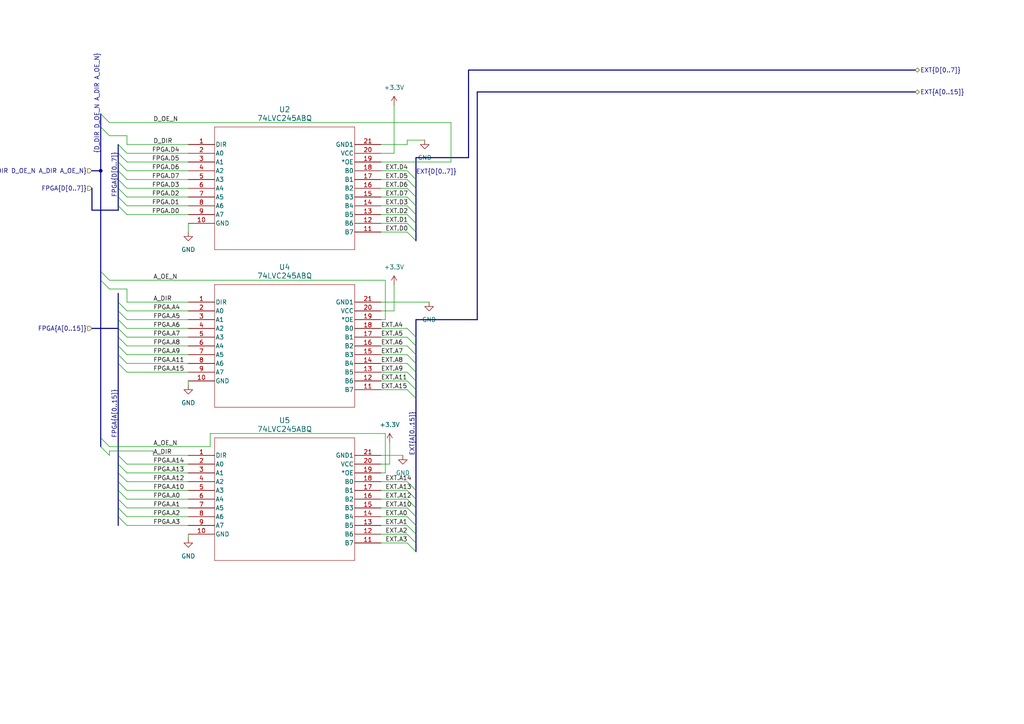
<source format=kicad_sch>
(kicad_sch
	(version 20250114)
	(generator "eeschema")
	(generator_version "9.0")
	(uuid "a165cb03-867d-4874-8a26-ee3c8dab0d11")
	(paper "A4")
	(lib_symbols
		(symbol "74lvc245a:74LVC245ABQ"
			(pin_names
				(offset 0.254)
			)
			(exclude_from_sim no)
			(in_bom yes)
			(on_board yes)
			(property "Reference" "U"
				(at 27.94 10.16 0)
				(effects
					(font
						(size 1.524 1.524)
					)
				)
			)
			(property "Value" "74LVC245ABQ"
				(at 27.94 7.62 0)
				(effects
					(font
						(size 1.524 1.524)
					)
				)
			)
			(property "Footprint" "SOT764-1_NXP"
				(at 0 0 0)
				(effects
					(font
						(size 1.27 1.27)
						(italic yes)
					)
					(hide yes)
				)
			)
			(property "Datasheet" "74LVC245ABQ"
				(at 0 0 0)
				(effects
					(font
						(size 1.27 1.27)
						(italic yes)
					)
					(hide yes)
				)
			)
			(property "Description" ""
				(at 0 0 0)
				(effects
					(font
						(size 1.27 1.27)
					)
					(hide yes)
				)
			)
			(property "ki_locked" ""
				(at 0 0 0)
				(effects
					(font
						(size 1.27 1.27)
					)
				)
			)
			(property "ki_keywords" "74LVC245ABQ"
				(at 0 0 0)
				(effects
					(font
						(size 1.27 1.27)
					)
					(hide yes)
				)
			)
			(property "ki_fp_filters" "SOT764-1_NXP SOT764-1_NXP-M SOT764-1_NXP-L"
				(at 0 0 0)
				(effects
					(font
						(size 1.27 1.27)
					)
					(hide yes)
				)
			)
			(symbol "74LVC245ABQ_0_1"
				(polyline
					(pts
						(xy 7.62 5.08) (xy 7.62 -30.48)
					)
					(stroke
						(width 0.127)
						(type default)
					)
					(fill
						(type none)
					)
				)
				(polyline
					(pts
						(xy 7.62 -30.48) (xy 48.26 -30.48)
					)
					(stroke
						(width 0.127)
						(type default)
					)
					(fill
						(type none)
					)
				)
				(polyline
					(pts
						(xy 48.26 5.08) (xy 7.62 5.08)
					)
					(stroke
						(width 0.127)
						(type default)
					)
					(fill
						(type none)
					)
				)
				(polyline
					(pts
						(xy 48.26 -30.48) (xy 48.26 5.08)
					)
					(stroke
						(width 0.127)
						(type default)
					)
					(fill
						(type none)
					)
				)
				(pin unspecified line
					(at 0 0 0)
					(length 7.62)
					(name "DIR"
						(effects
							(font
								(size 1.27 1.27)
							)
						)
					)
					(number "1"
						(effects
							(font
								(size 1.27 1.27)
							)
						)
					)
				)
				(pin unspecified line
					(at 0 -2.54 0)
					(length 7.62)
					(name "A0"
						(effects
							(font
								(size 1.27 1.27)
							)
						)
					)
					(number "2"
						(effects
							(font
								(size 1.27 1.27)
							)
						)
					)
				)
				(pin unspecified line
					(at 0 -5.08 0)
					(length 7.62)
					(name "A1"
						(effects
							(font
								(size 1.27 1.27)
							)
						)
					)
					(number "3"
						(effects
							(font
								(size 1.27 1.27)
							)
						)
					)
				)
				(pin unspecified line
					(at 0 -7.62 0)
					(length 7.62)
					(name "A2"
						(effects
							(font
								(size 1.27 1.27)
							)
						)
					)
					(number "4"
						(effects
							(font
								(size 1.27 1.27)
							)
						)
					)
				)
				(pin unspecified line
					(at 0 -10.16 0)
					(length 7.62)
					(name "A3"
						(effects
							(font
								(size 1.27 1.27)
							)
						)
					)
					(number "5"
						(effects
							(font
								(size 1.27 1.27)
							)
						)
					)
				)
				(pin unspecified line
					(at 0 -12.7 0)
					(length 7.62)
					(name "A4"
						(effects
							(font
								(size 1.27 1.27)
							)
						)
					)
					(number "6"
						(effects
							(font
								(size 1.27 1.27)
							)
						)
					)
				)
				(pin unspecified line
					(at 0 -15.24 0)
					(length 7.62)
					(name "A5"
						(effects
							(font
								(size 1.27 1.27)
							)
						)
					)
					(number "7"
						(effects
							(font
								(size 1.27 1.27)
							)
						)
					)
				)
				(pin unspecified line
					(at 0 -17.78 0)
					(length 7.62)
					(name "A6"
						(effects
							(font
								(size 1.27 1.27)
							)
						)
					)
					(number "8"
						(effects
							(font
								(size 1.27 1.27)
							)
						)
					)
				)
				(pin unspecified line
					(at 0 -20.32 0)
					(length 7.62)
					(name "A7"
						(effects
							(font
								(size 1.27 1.27)
							)
						)
					)
					(number "9"
						(effects
							(font
								(size 1.27 1.27)
							)
						)
					)
				)
				(pin unspecified line
					(at 0 -22.86 0)
					(length 7.62)
					(name "GND"
						(effects
							(font
								(size 1.27 1.27)
							)
						)
					)
					(number "10"
						(effects
							(font
								(size 1.27 1.27)
							)
						)
					)
				)
				(pin unspecified line
					(at 55.88 0 180)
					(length 7.62)
					(name "GND1"
						(effects
							(font
								(size 1.27 1.27)
							)
						)
					)
					(number "21"
						(effects
							(font
								(size 1.27 1.27)
							)
						)
					)
				)
				(pin unspecified line
					(at 55.88 -2.54 180)
					(length 7.62)
					(name "VCC"
						(effects
							(font
								(size 1.27 1.27)
							)
						)
					)
					(number "20"
						(effects
							(font
								(size 1.27 1.27)
							)
						)
					)
				)
				(pin unspecified line
					(at 55.88 -5.08 180)
					(length 7.62)
					(name "*OE"
						(effects
							(font
								(size 1.27 1.27)
							)
						)
					)
					(number "19"
						(effects
							(font
								(size 1.27 1.27)
							)
						)
					)
				)
				(pin unspecified line
					(at 55.88 -7.62 180)
					(length 7.62)
					(name "B0"
						(effects
							(font
								(size 1.27 1.27)
							)
						)
					)
					(number "18"
						(effects
							(font
								(size 1.27 1.27)
							)
						)
					)
				)
				(pin unspecified line
					(at 55.88 -10.16 180)
					(length 7.62)
					(name "B1"
						(effects
							(font
								(size 1.27 1.27)
							)
						)
					)
					(number "17"
						(effects
							(font
								(size 1.27 1.27)
							)
						)
					)
				)
				(pin unspecified line
					(at 55.88 -12.7 180)
					(length 7.62)
					(name "B2"
						(effects
							(font
								(size 1.27 1.27)
							)
						)
					)
					(number "16"
						(effects
							(font
								(size 1.27 1.27)
							)
						)
					)
				)
				(pin unspecified line
					(at 55.88 -15.24 180)
					(length 7.62)
					(name "B3"
						(effects
							(font
								(size 1.27 1.27)
							)
						)
					)
					(number "15"
						(effects
							(font
								(size 1.27 1.27)
							)
						)
					)
				)
				(pin unspecified line
					(at 55.88 -17.78 180)
					(length 7.62)
					(name "B4"
						(effects
							(font
								(size 1.27 1.27)
							)
						)
					)
					(number "14"
						(effects
							(font
								(size 1.27 1.27)
							)
						)
					)
				)
				(pin unspecified line
					(at 55.88 -20.32 180)
					(length 7.62)
					(name "B5"
						(effects
							(font
								(size 1.27 1.27)
							)
						)
					)
					(number "13"
						(effects
							(font
								(size 1.27 1.27)
							)
						)
					)
				)
				(pin unspecified line
					(at 55.88 -22.86 180)
					(length 7.62)
					(name "B6"
						(effects
							(font
								(size 1.27 1.27)
							)
						)
					)
					(number "12"
						(effects
							(font
								(size 1.27 1.27)
							)
						)
					)
				)
				(pin unspecified line
					(at 55.88 -25.4 180)
					(length 7.62)
					(name "B7"
						(effects
							(font
								(size 1.27 1.27)
							)
						)
					)
					(number "11"
						(effects
							(font
								(size 1.27 1.27)
							)
						)
					)
				)
			)
			(embedded_fonts no)
		)
		(symbol "power:+3V3"
			(power)
			(pin_numbers
				(hide yes)
			)
			(pin_names
				(offset 0)
				(hide yes)
			)
			(exclude_from_sim no)
			(in_bom yes)
			(on_board yes)
			(property "Reference" "#PWR"
				(at 0 -3.81 0)
				(effects
					(font
						(size 1.27 1.27)
					)
					(hide yes)
				)
			)
			(property "Value" "+3V3"
				(at 0 3.556 0)
				(effects
					(font
						(size 1.27 1.27)
					)
				)
			)
			(property "Footprint" ""
				(at 0 0 0)
				(effects
					(font
						(size 1.27 1.27)
					)
					(hide yes)
				)
			)
			(property "Datasheet" ""
				(at 0 0 0)
				(effects
					(font
						(size 1.27 1.27)
					)
					(hide yes)
				)
			)
			(property "Description" "Power symbol creates a global label with name \"+3V3\""
				(at 0 0 0)
				(effects
					(font
						(size 1.27 1.27)
					)
					(hide yes)
				)
			)
			(property "ki_keywords" "global power"
				(at 0 0 0)
				(effects
					(font
						(size 1.27 1.27)
					)
					(hide yes)
				)
			)
			(symbol "+3V3_0_1"
				(polyline
					(pts
						(xy -0.762 1.27) (xy 0 2.54)
					)
					(stroke
						(width 0)
						(type default)
					)
					(fill
						(type none)
					)
				)
				(polyline
					(pts
						(xy 0 2.54) (xy 0.762 1.27)
					)
					(stroke
						(width 0)
						(type default)
					)
					(fill
						(type none)
					)
				)
				(polyline
					(pts
						(xy 0 0) (xy 0 2.54)
					)
					(stroke
						(width 0)
						(type default)
					)
					(fill
						(type none)
					)
				)
			)
			(symbol "+3V3_1_1"
				(pin power_in line
					(at 0 0 90)
					(length 0)
					(name "~"
						(effects
							(font
								(size 1.27 1.27)
							)
						)
					)
					(number "1"
						(effects
							(font
								(size 1.27 1.27)
							)
						)
					)
				)
			)
			(embedded_fonts no)
		)
		(symbol "power:GND"
			(power)
			(pin_numbers
				(hide yes)
			)
			(pin_names
				(offset 0)
				(hide yes)
			)
			(exclude_from_sim no)
			(in_bom yes)
			(on_board yes)
			(property "Reference" "#PWR"
				(at 0 -6.35 0)
				(effects
					(font
						(size 1.27 1.27)
					)
					(hide yes)
				)
			)
			(property "Value" "GND"
				(at 0 -3.81 0)
				(effects
					(font
						(size 1.27 1.27)
					)
				)
			)
			(property "Footprint" ""
				(at 0 0 0)
				(effects
					(font
						(size 1.27 1.27)
					)
					(hide yes)
				)
			)
			(property "Datasheet" ""
				(at 0 0 0)
				(effects
					(font
						(size 1.27 1.27)
					)
					(hide yes)
				)
			)
			(property "Description" "Power symbol creates a global label with name \"GND\" , ground"
				(at 0 0 0)
				(effects
					(font
						(size 1.27 1.27)
					)
					(hide yes)
				)
			)
			(property "ki_keywords" "global power"
				(at 0 0 0)
				(effects
					(font
						(size 1.27 1.27)
					)
					(hide yes)
				)
			)
			(symbol "GND_0_1"
				(polyline
					(pts
						(xy 0 0) (xy 0 -1.27) (xy 1.27 -1.27) (xy 0 -2.54) (xy -1.27 -1.27) (xy 0 -1.27)
					)
					(stroke
						(width 0)
						(type default)
					)
					(fill
						(type none)
					)
				)
			)
			(symbol "GND_1_1"
				(pin power_in line
					(at 0 0 270)
					(length 0)
					(name "~"
						(effects
							(font
								(size 1.27 1.27)
							)
						)
					)
					(number "1"
						(effects
							(font
								(size 1.27 1.27)
							)
						)
					)
				)
			)
			(embedded_fonts no)
		)
	)
	(junction
		(at 29.21 49.53)
		(diameter 0)
		(color 0 0 0 0)
		(uuid "8dfb5e5d-083d-452b-973f-40a5a90e89d8")
	)
	(bus_entry
		(at 34.29 87.63)
		(size 2.54 2.54)
		(stroke
			(width 0)
			(type default)
		)
		(uuid "04e39c85-3660-4cc0-a392-4d3916249a3b")
	)
	(bus_entry
		(at 34.29 144.78)
		(size 2.54 2.54)
		(stroke
			(width 0)
			(type default)
		)
		(uuid "05319c0d-b151-4384-826d-5a5af202a6e0")
	)
	(bus_entry
		(at 29.21 36.83)
		(size 2.54 2.54)
		(stroke
			(width 0)
			(type default)
		)
		(uuid "0ab77608-3abf-4796-a859-9abbd13d5737")
	)
	(bus_entry
		(at 34.29 105.41)
		(size 2.54 2.54)
		(stroke
			(width 0)
			(type default)
		)
		(uuid "121570ca-aa8f-4ff7-bd07-939614a9a0c5")
	)
	(bus_entry
		(at 118.11 142.24)
		(size 2.54 2.54)
		(stroke
			(width 0)
			(type default)
		)
		(uuid "13380f0b-d21d-46a3-8aaf-e105de0b8800")
	)
	(bus_entry
		(at 34.29 59.69)
		(size 2.54 2.54)
		(stroke
			(width 0)
			(type default)
		)
		(uuid "2623f4e2-8f2e-40f8-9b6f-1897a30f1a86")
	)
	(bus_entry
		(at 34.29 147.32)
		(size 2.54 2.54)
		(stroke
			(width 0)
			(type default)
		)
		(uuid "3178f0c2-013a-4e52-9101-13fd6468843d")
	)
	(bus_entry
		(at 34.29 52.07)
		(size 2.54 2.54)
		(stroke
			(width 0)
			(type default)
		)
		(uuid "38dc8613-9c5c-447e-bfcc-43e0fca20baf")
	)
	(bus_entry
		(at 118.11 100.33)
		(size 2.54 2.54)
		(stroke
			(width 0)
			(type default)
		)
		(uuid "3d0ad099-1dac-48e8-bb9b-5dc74852b2ea")
	)
	(bus_entry
		(at 118.11 113.03)
		(size 2.54 2.54)
		(stroke
			(width 0)
			(type default)
		)
		(uuid "40d77fd9-0270-4323-bd54-06550b14e437")
	)
	(bus_entry
		(at 29.21 127)
		(size 2.54 2.54)
		(stroke
			(width 0)
			(type default)
		)
		(uuid "4ce0a456-0a49-4798-ae46-b67cbc19ea35")
	)
	(bus_entry
		(at 118.11 152.4)
		(size 2.54 2.54)
		(stroke
			(width 0)
			(type default)
		)
		(uuid "51448413-9093-4d6c-ac99-dc8fb158819b")
	)
	(bus_entry
		(at 29.21 33.02)
		(size 2.54 2.54)
		(stroke
			(width 0)
			(type default)
		)
		(uuid "528a33a4-12ad-41f3-a767-f741b407fea4")
	)
	(bus_entry
		(at 34.29 90.17)
		(size 2.54 2.54)
		(stroke
			(width 0)
			(type default)
		)
		(uuid "5cd790ac-baa9-40aa-bda8-8bdf5a29b583")
	)
	(bus_entry
		(at 34.29 149.86)
		(size 2.54 2.54)
		(stroke
			(width 0)
			(type default)
		)
		(uuid "5d19d92a-6da2-4ea4-82c8-bac66f8e77bd")
	)
	(bus_entry
		(at 118.11 52.07)
		(size 2.54 2.54)
		(stroke
			(width 0)
			(type default)
		)
		(uuid "62c8a425-65c0-47be-8ae8-f9b8e25bd0b1")
	)
	(bus_entry
		(at 118.11 102.87)
		(size 2.54 2.54)
		(stroke
			(width 0)
			(type default)
		)
		(uuid "65fcece7-7819-4e34-990d-25d253595d20")
	)
	(bus_entry
		(at 29.21 129.54)
		(size 2.54 2.54)
		(stroke
			(width 0)
			(type default)
		)
		(uuid "6d67270a-c08b-46f5-9e16-76972c3b9785")
	)
	(bus_entry
		(at 34.29 142.24)
		(size 2.54 2.54)
		(stroke
			(width 0)
			(type default)
		)
		(uuid "6fd3c8a1-2a39-4ebf-bee6-eb8d2992a771")
	)
	(bus_entry
		(at 118.11 110.49)
		(size 2.54 2.54)
		(stroke
			(width 0)
			(type default)
		)
		(uuid "719ce2ab-2451-400b-bce4-250764c8d2be")
	)
	(bus_entry
		(at 118.11 57.15)
		(size 2.54 2.54)
		(stroke
			(width 0)
			(type default)
		)
		(uuid "73b5d03e-24f1-4abf-a574-4414fdeb5d5a")
	)
	(bus_entry
		(at 118.11 157.48)
		(size 2.54 2.54)
		(stroke
			(width 0)
			(type default)
		)
		(uuid "7a059599-8a13-44b7-80ab-b9658cc2d770")
	)
	(bus_entry
		(at 118.11 64.77)
		(size 2.54 2.54)
		(stroke
			(width 0)
			(type default)
		)
		(uuid "7aa00e97-a7ff-4de5-9ece-c9242bc8a864")
	)
	(bus_entry
		(at 118.11 147.32)
		(size 2.54 2.54)
		(stroke
			(width 0)
			(type default)
		)
		(uuid "7fc695af-2e6a-4a83-923d-4ebe7734381f")
	)
	(bus_entry
		(at 34.29 97.79)
		(size 2.54 2.54)
		(stroke
			(width 0)
			(type default)
		)
		(uuid "7ff36f2d-7dcb-4e16-8ccf-4f733d9106a1")
	)
	(bus_entry
		(at 34.29 49.53)
		(size 2.54 2.54)
		(stroke
			(width 0)
			(type default)
		)
		(uuid "86671d88-6bfc-4606-ac6f-07ac6d0e4daa")
	)
	(bus_entry
		(at 34.29 139.7)
		(size 2.54 2.54)
		(stroke
			(width 0)
			(type default)
		)
		(uuid "88587e2e-b317-4ecc-9091-c5c1c304da4e")
	)
	(bus_entry
		(at 118.11 59.69)
		(size 2.54 2.54)
		(stroke
			(width 0)
			(type default)
		)
		(uuid "8abf5bbe-f712-40b9-9c90-bff2691ae5ac")
	)
	(bus_entry
		(at 118.11 105.41)
		(size 2.54 2.54)
		(stroke
			(width 0)
			(type default)
		)
		(uuid "8b23a1e3-396c-4206-9319-1c149acd8dad")
	)
	(bus_entry
		(at 34.29 134.62)
		(size 2.54 2.54)
		(stroke
			(width 0)
			(type default)
		)
		(uuid "90510d8a-cf5d-495f-a556-dccc1a01f965")
	)
	(bus_entry
		(at 118.11 97.79)
		(size 2.54 2.54)
		(stroke
			(width 0)
			(type default)
		)
		(uuid "93ab12e0-5085-4dce-8520-bb0b18df3459")
	)
	(bus_entry
		(at 118.11 67.31)
		(size 2.54 2.54)
		(stroke
			(width 0)
			(type default)
		)
		(uuid "93b552ed-7a49-4c4d-9a0b-cac4373baddc")
	)
	(bus_entry
		(at 34.29 100.33)
		(size 2.54 2.54)
		(stroke
			(width 0)
			(type default)
		)
		(uuid "96f5ef9d-2488-40f8-8e1f-b11ec1ab6e08")
	)
	(bus_entry
		(at 34.29 132.08)
		(size 2.54 2.54)
		(stroke
			(width 0)
			(type default)
		)
		(uuid "99bd0522-c02e-46b0-9b70-31aa2d352ced")
	)
	(bus_entry
		(at 29.21 81.28)
		(size 2.54 2.54)
		(stroke
			(width 0)
			(type default)
		)
		(uuid "9c6d86e2-bf72-4c76-8f81-c744d14a7b14")
	)
	(bus_entry
		(at 118.11 149.86)
		(size 2.54 2.54)
		(stroke
			(width 0)
			(type default)
		)
		(uuid "9e63a9a7-ee18-47d2-9465-3ec363c62730")
	)
	(bus_entry
		(at 118.11 154.94)
		(size 2.54 2.54)
		(stroke
			(width 0)
			(type default)
		)
		(uuid "a301f2ce-c0d5-4c3a-9b54-aed4950cb027")
	)
	(bus_entry
		(at 118.11 144.78)
		(size 2.54 2.54)
		(stroke
			(width 0)
			(type default)
		)
		(uuid "a411d6f5-d6bd-43ca-94bd-3e4b285b14cc")
	)
	(bus_entry
		(at 118.11 95.25)
		(size 2.54 2.54)
		(stroke
			(width 0)
			(type default)
		)
		(uuid "aa01c6e0-7907-4654-9782-64dd643db49e")
	)
	(bus_entry
		(at 34.29 46.99)
		(size 2.54 2.54)
		(stroke
			(width 0)
			(type default)
		)
		(uuid "b1b8699d-21bf-4bf1-95f9-2b42f3cf8be0")
	)
	(bus_entry
		(at 34.29 102.87)
		(size 2.54 2.54)
		(stroke
			(width 0)
			(type default)
		)
		(uuid "bfcd9454-3401-40fa-9fc5-59c1d60b8e1d")
	)
	(bus_entry
		(at 34.29 137.16)
		(size 2.54 2.54)
		(stroke
			(width 0)
			(type default)
		)
		(uuid "c32dd461-3017-40b6-8ae8-9aa65f13ac6e")
	)
	(bus_entry
		(at 29.21 78.74)
		(size 2.54 2.54)
		(stroke
			(width 0)
			(type default)
		)
		(uuid "c72dce71-938d-4c38-9918-d8c6d54e5343")
	)
	(bus_entry
		(at 34.29 92.71)
		(size 2.54 2.54)
		(stroke
			(width 0)
			(type default)
		)
		(uuid "c8af62ed-d391-4ca5-b21e-52672ac0a2b3")
	)
	(bus_entry
		(at 34.29 57.15)
		(size 2.54 2.54)
		(stroke
			(width 0)
			(type default)
		)
		(uuid "d81e70b3-6286-4908-abf2-8efdd79f259b")
	)
	(bus_entry
		(at 118.11 107.95)
		(size 2.54 2.54)
		(stroke
			(width 0)
			(type default)
		)
		(uuid "dc60155b-4a67-42ec-b136-c93c022ebf1d")
	)
	(bus_entry
		(at 118.11 139.7)
		(size 2.54 2.54)
		(stroke
			(width 0)
			(type default)
		)
		(uuid "e329bb22-5ec3-41fe-a4cd-105e09c7d47a")
	)
	(bus_entry
		(at 34.29 41.91)
		(size 2.54 2.54)
		(stroke
			(width 0)
			(type default)
		)
		(uuid "eb6623f0-1bdc-4392-bad2-544ae6f33a91")
	)
	(bus_entry
		(at 118.11 62.23)
		(size 2.54 2.54)
		(stroke
			(width 0)
			(type default)
		)
		(uuid "ec10335f-7e3e-432d-89b3-89574dd332a9")
	)
	(bus_entry
		(at 34.29 44.45)
		(size 2.54 2.54)
		(stroke
			(width 0)
			(type default)
		)
		(uuid "ee4d58c2-49ef-4a1c-995c-1c623aa89dab")
	)
	(bus_entry
		(at 118.11 54.61)
		(size 2.54 2.54)
		(stroke
			(width 0)
			(type default)
		)
		(uuid "ef1960c0-f6d6-4e07-9b62-eb2313fb5738")
	)
	(bus_entry
		(at 118.11 49.53)
		(size 2.54 2.54)
		(stroke
			(width 0)
			(type default)
		)
		(uuid "f1322e6a-18db-43c3-a519-147665f39ed4")
	)
	(bus_entry
		(at 34.29 95.25)
		(size 2.54 2.54)
		(stroke
			(width 0)
			(type default)
		)
		(uuid "f67d8c0e-8891-4e2b-b523-943b5d550ddc")
	)
	(bus_entry
		(at 34.29 54.61)
		(size 2.54 2.54)
		(stroke
			(width 0)
			(type default)
		)
		(uuid "f6e6eac9-5e26-4f97-b0dd-ec4ea47bfe74")
	)
	(wire
		(pts
			(xy 36.83 57.15) (xy 54.61 57.15)
		)
		(stroke
			(width 0)
			(type default)
		)
		(uuid "0228a7f4-4e2d-46cf-aa5e-fd3c38785791")
	)
	(bus
		(pts
			(xy 29.21 33.02) (xy 29.21 36.83)
		)
		(stroke
			(width 0)
			(type default)
		)
		(uuid "05742cff-3238-4dab-ab97-877679ef1d9c")
	)
	(wire
		(pts
			(xy 31.75 83.82) (xy 36.83 83.82)
		)
		(stroke
			(width 0)
			(type default)
		)
		(uuid "05ef95a1-2bcf-4ee6-b403-a0dcc0401026")
	)
	(wire
		(pts
			(xy 118.11 40.64) (xy 123.19 40.64)
		)
		(stroke
			(width 0)
			(type default)
		)
		(uuid "06e9320f-02a9-4fbc-b091-c20a61968f40")
	)
	(bus
		(pts
			(xy 120.65 67.31) (xy 120.65 69.85)
		)
		(stroke
			(width 0)
			(type default)
		)
		(uuid "07de9abb-1003-4168-a6a1-9b74e2a724cf")
	)
	(bus
		(pts
			(xy 26.67 95.25) (xy 34.29 95.25)
		)
		(stroke
			(width 0)
			(type default)
		)
		(uuid "0a222b2a-93ab-4c3e-a512-dcba46d928bd")
	)
	(wire
		(pts
			(xy 110.49 95.25) (xy 118.11 95.25)
		)
		(stroke
			(width 0)
			(type default)
		)
		(uuid "0b0032be-506b-4163-8dfa-c9698f6973e3")
	)
	(wire
		(pts
			(xy 36.83 41.91) (xy 54.61 41.91)
		)
		(stroke
			(width 0)
			(type default)
		)
		(uuid "0e147626-4d63-478a-be1c-6d495182efdb")
	)
	(bus
		(pts
			(xy 29.21 127) (xy 29.21 129.54)
		)
		(stroke
			(width 0)
			(type default)
		)
		(uuid "10e732be-d70f-41fe-aba4-2c5814ddb0b0")
	)
	(wire
		(pts
			(xy 36.83 102.87) (xy 54.61 102.87)
		)
		(stroke
			(width 0)
			(type default)
		)
		(uuid "180b4326-a459-4d96-9ce3-14d38a3b1081")
	)
	(wire
		(pts
			(xy 110.49 139.7) (xy 118.11 139.7)
		)
		(stroke
			(width 0)
			(type default)
		)
		(uuid "1a4ccd82-e894-4cc9-8074-3c3c484474a9")
	)
	(wire
		(pts
			(xy 36.83 83.82) (xy 36.83 87.63)
		)
		(stroke
			(width 0)
			(type default)
		)
		(uuid "1f0cde3b-a0e8-4fa8-98f4-6f26f614887a")
	)
	(bus
		(pts
			(xy 120.65 147.32) (xy 120.65 149.86)
		)
		(stroke
			(width 0)
			(type default)
		)
		(uuid "1f35d31e-a3b1-4d34-8b52-84b6186ba6bb")
	)
	(wire
		(pts
			(xy 36.83 149.86) (xy 54.61 149.86)
		)
		(stroke
			(width 0)
			(type default)
		)
		(uuid "1fc46ead-45fc-41e9-971d-ab31c1feb562")
	)
	(wire
		(pts
			(xy 110.49 90.17) (xy 114.3 90.17)
		)
		(stroke
			(width 0)
			(type default)
		)
		(uuid "220c2187-c751-4178-a2a9-2358c8d6c0e3")
	)
	(wire
		(pts
			(xy 118.11 41.91) (xy 118.11 40.64)
		)
		(stroke
			(width 0)
			(type default)
		)
		(uuid "24155cfb-7b47-494e-b0d2-7162a36ea833")
	)
	(wire
		(pts
			(xy 130.81 35.56) (xy 130.81 46.99)
		)
		(stroke
			(width 0)
			(type default)
		)
		(uuid "24569090-2203-4483-9023-fc24b739105c")
	)
	(wire
		(pts
			(xy 36.83 90.17) (xy 54.61 90.17)
		)
		(stroke
			(width 0)
			(type default)
		)
		(uuid "258413e8-0365-4bbf-970e-472c6354e298")
	)
	(wire
		(pts
			(xy 110.49 132.08) (xy 116.84 132.08)
		)
		(stroke
			(width 0)
			(type default)
		)
		(uuid "26cb5c0b-f924-4144-a714-e3a82f23cd95")
	)
	(bus
		(pts
			(xy 34.29 90.17) (xy 34.29 92.71)
		)
		(stroke
			(width 0)
			(type default)
		)
		(uuid "26f3df6a-3037-4684-b273-a0c026fe44e2")
	)
	(bus
		(pts
			(xy 34.29 49.53) (xy 34.29 52.07)
		)
		(stroke
			(width 0)
			(type default)
		)
		(uuid "29b65100-8c2e-44f7-b12c-0437d086e6c6")
	)
	(wire
		(pts
			(xy 36.83 52.07) (xy 54.61 52.07)
		)
		(stroke
			(width 0)
			(type default)
		)
		(uuid "2aeddd22-d298-462c-9480-dc0d0f2f8d3a")
	)
	(bus
		(pts
			(xy 120.65 62.23) (xy 120.65 64.77)
		)
		(stroke
			(width 0)
			(type default)
		)
		(uuid "2b7dfed5-dad3-4f9e-a28e-dce8bcf6bac3")
	)
	(bus
		(pts
			(xy 120.65 149.86) (xy 120.65 152.4)
		)
		(stroke
			(width 0)
			(type default)
		)
		(uuid "2c3178c6-17eb-4261-a1c1-cc362a63decc")
	)
	(bus
		(pts
			(xy 34.29 97.79) (xy 34.29 100.33)
		)
		(stroke
			(width 0)
			(type default)
		)
		(uuid "2c88b909-47d4-4b74-8332-392625f6c6f0")
	)
	(wire
		(pts
			(xy 110.49 105.41) (xy 118.11 105.41)
		)
		(stroke
			(width 0)
			(type default)
		)
		(uuid "2f1a1255-e867-4248-8479-358bd9e3618e")
	)
	(wire
		(pts
			(xy 36.83 54.61) (xy 54.61 54.61)
		)
		(stroke
			(width 0)
			(type default)
		)
		(uuid "315e3d7a-9158-42ef-8978-c768d7d1f9e2")
	)
	(bus
		(pts
			(xy 34.29 105.41) (xy 34.29 132.08)
		)
		(stroke
			(width 0)
			(type default)
		)
		(uuid "352c76cb-5592-4071-ad0d-35fe7f6f17a6")
	)
	(wire
		(pts
			(xy 36.83 134.62) (xy 54.61 134.62)
		)
		(stroke
			(width 0)
			(type default)
		)
		(uuid "3566cccf-7172-40a1-a96b-fd9d6989fb60")
	)
	(wire
		(pts
			(xy 36.83 39.37) (xy 36.83 41.91)
		)
		(stroke
			(width 0)
			(type default)
		)
		(uuid "36175427-17cc-4611-b563-9f0c4a0946f1")
	)
	(bus
		(pts
			(xy 120.65 107.95) (xy 120.65 110.49)
		)
		(stroke
			(width 0)
			(type default)
		)
		(uuid "365ec9e4-4c2c-4030-b0a5-401c309da5fc")
	)
	(bus
		(pts
			(xy 120.65 144.78) (xy 120.65 147.32)
		)
		(stroke
			(width 0)
			(type default)
		)
		(uuid "38fe1383-0b67-4124-94be-cb09b5da2d7c")
	)
	(wire
		(pts
			(xy 110.49 147.32) (xy 118.11 147.32)
		)
		(stroke
			(width 0)
			(type default)
		)
		(uuid "396ae6be-31a9-462b-8a1c-94c68ae63c2c")
	)
	(wire
		(pts
			(xy 110.49 49.53) (xy 118.11 49.53)
		)
		(stroke
			(width 0)
			(type default)
		)
		(uuid "3a5b2254-2095-40c7-9fce-51b518339452")
	)
	(wire
		(pts
			(xy 110.49 97.79) (xy 118.11 97.79)
		)
		(stroke
			(width 0)
			(type default)
		)
		(uuid "3a9cf9d5-b4aa-4d9e-a3cc-631b2098c379")
	)
	(bus
		(pts
			(xy 120.65 97.79) (xy 120.65 100.33)
		)
		(stroke
			(width 0)
			(type default)
		)
		(uuid "3ad405be-e02a-4233-91e7-7c431e145bea")
	)
	(bus
		(pts
			(xy 135.89 45.72) (xy 135.89 20.32)
		)
		(stroke
			(width 0)
			(type default)
		)
		(uuid "3b3394cd-0c16-4cde-be8f-7054f732ef58")
	)
	(bus
		(pts
			(xy 34.29 134.62) (xy 34.29 137.16)
		)
		(stroke
			(width 0)
			(type default)
		)
		(uuid "3b38fd30-6a91-41f5-a1fb-0258b053df9a")
	)
	(wire
		(pts
			(xy 110.49 41.91) (xy 118.11 41.91)
		)
		(stroke
			(width 0)
			(type default)
		)
		(uuid "3cb27a53-ff71-49e2-b129-dea38a5a305d")
	)
	(wire
		(pts
			(xy 110.49 113.03) (xy 118.11 113.03)
		)
		(stroke
			(width 0)
			(type default)
		)
		(uuid "3cda8bfe-7a6f-475c-8826-5c576f64b19c")
	)
	(bus
		(pts
			(xy 34.29 142.24) (xy 34.29 144.78)
		)
		(stroke
			(width 0)
			(type default)
		)
		(uuid "3e382ea0-46a1-424f-990a-a7942090faa9")
	)
	(wire
		(pts
			(xy 110.49 102.87) (xy 118.11 102.87)
		)
		(stroke
			(width 0)
			(type default)
		)
		(uuid "40a8338b-f9a0-4fe4-9a5b-2587560b393c")
	)
	(bus
		(pts
			(xy 34.29 57.15) (xy 34.29 59.69)
		)
		(stroke
			(width 0)
			(type default)
		)
		(uuid "4134d885-cf8d-408a-ad0f-c1d086dd1596")
	)
	(wire
		(pts
			(xy 44.45 132.08) (xy 54.61 132.08)
		)
		(stroke
			(width 0)
			(type default)
		)
		(uuid "4395a372-e3ae-4517-bc9b-2478592cc087")
	)
	(bus
		(pts
			(xy 34.29 95.25) (xy 34.29 97.79)
		)
		(stroke
			(width 0)
			(type default)
		)
		(uuid "459282a9-a7ee-4acd-a344-1903c4321d0b")
	)
	(bus
		(pts
			(xy 34.29 41.91) (xy 34.29 44.45)
		)
		(stroke
			(width 0)
			(type default)
		)
		(uuid "49052200-c436-4e8f-b63d-8fb5569cf46c")
	)
	(wire
		(pts
			(xy 44.45 130.81) (xy 44.45 132.08)
		)
		(stroke
			(width 0)
			(type default)
		)
		(uuid "4b8b602f-39d8-4a46-a3d3-4e671267e107")
	)
	(bus
		(pts
			(xy 29.21 36.83) (xy 29.21 49.53)
		)
		(stroke
			(width 0)
			(type default)
		)
		(uuid "4d96cd78-d229-4165-9763-c0711fb12c83")
	)
	(wire
		(pts
			(xy 36.83 152.4) (xy 54.61 152.4)
		)
		(stroke
			(width 0)
			(type default)
		)
		(uuid "4e4632f8-944e-4182-b1b2-52dc14c3b899")
	)
	(bus
		(pts
			(xy 265.43 26.67) (xy 138.43 26.67)
		)
		(stroke
			(width 0)
			(type default)
		)
		(uuid "51f8137a-8c79-49fc-b56c-b9c81c32e928")
	)
	(wire
		(pts
			(xy 110.49 54.61) (xy 118.11 54.61)
		)
		(stroke
			(width 0)
			(type default)
		)
		(uuid "574c843e-0883-49d0-9540-806d97ca32cf")
	)
	(wire
		(pts
			(xy 111.76 137.16) (xy 110.49 137.16)
		)
		(stroke
			(width 0)
			(type default)
		)
		(uuid "5750373e-1195-417b-bdf7-0c16fe5b9270")
	)
	(bus
		(pts
			(xy 120.65 102.87) (xy 120.65 105.41)
		)
		(stroke
			(width 0)
			(type default)
		)
		(uuid "593427f2-3c34-4b63-9e77-f817069f0d0b")
	)
	(wire
		(pts
			(xy 36.83 59.69) (xy 54.61 59.69)
		)
		(stroke
			(width 0)
			(type default)
		)
		(uuid "5a40c240-a8b6-40a2-b5bf-b04e41a46da8")
	)
	(wire
		(pts
			(xy 110.49 107.95) (xy 118.11 107.95)
		)
		(stroke
			(width 0)
			(type default)
		)
		(uuid "5aad60db-6ed4-4867-b39c-4af7c6d4718c")
	)
	(wire
		(pts
			(xy 130.81 46.99) (xy 110.49 46.99)
		)
		(stroke
			(width 0)
			(type default)
		)
		(uuid "5ea0b236-7150-4b49-8414-8f49dd7f6f9a")
	)
	(bus
		(pts
			(xy 120.65 92.71) (xy 120.65 97.79)
		)
		(stroke
			(width 0)
			(type default)
		)
		(uuid "6053fee9-de3c-40c8-b6ea-b500e74cef9b")
	)
	(wire
		(pts
			(xy 36.83 95.25) (xy 54.61 95.25)
		)
		(stroke
			(width 0)
			(type default)
		)
		(uuid "60b73a55-e2e2-4ae0-b137-72988b193b6c")
	)
	(wire
		(pts
			(xy 36.83 107.95) (xy 54.61 107.95)
		)
		(stroke
			(width 0)
			(type default)
		)
		(uuid "624ce494-96ea-4e62-bd70-98a129a16c4b")
	)
	(wire
		(pts
			(xy 60.96 129.54) (xy 60.96 125.73)
		)
		(stroke
			(width 0)
			(type default)
		)
		(uuid "66d4a368-1225-46a0-a231-2bd37542de4a")
	)
	(bus
		(pts
			(xy 120.65 100.33) (xy 120.65 102.87)
		)
		(stroke
			(width 0)
			(type default)
		)
		(uuid "682d01e3-a35c-4e5b-96c8-514db8283610")
	)
	(wire
		(pts
			(xy 31.75 39.37) (xy 36.83 39.37)
		)
		(stroke
			(width 0)
			(type default)
		)
		(uuid "683e03de-acae-4ab3-976b-c928cc8f12d1")
	)
	(bus
		(pts
			(xy 34.29 54.61) (xy 34.29 57.15)
		)
		(stroke
			(width 0)
			(type default)
		)
		(uuid "686d213c-cc3a-4cd0-af16-d1a958976873")
	)
	(bus
		(pts
			(xy 120.65 45.72) (xy 120.65 52.07)
		)
		(stroke
			(width 0)
			(type default)
		)
		(uuid "68d687f7-1ba7-4699-9a03-421f273a7a7a")
	)
	(bus
		(pts
			(xy 120.65 115.57) (xy 120.65 142.24)
		)
		(stroke
			(width 0)
			(type default)
		)
		(uuid "6fa624b2-3a00-44e6-82f0-2a0547615589")
	)
	(wire
		(pts
			(xy 36.83 62.23) (xy 54.61 62.23)
		)
		(stroke
			(width 0)
			(type default)
		)
		(uuid "712e9bc3-e246-42cb-bc57-64a6d810b01b")
	)
	(wire
		(pts
			(xy 36.83 44.45) (xy 54.61 44.45)
		)
		(stroke
			(width 0)
			(type default)
		)
		(uuid "726f966f-0d36-463b-9729-42c9537a3b59")
	)
	(bus
		(pts
			(xy 34.29 85.09) (xy 34.29 87.63)
		)
		(stroke
			(width 0)
			(type default)
		)
		(uuid "7367031b-228e-4aee-92ef-88562d181708")
	)
	(wire
		(pts
			(xy 31.75 129.54) (xy 60.96 129.54)
		)
		(stroke
			(width 0)
			(type default)
		)
		(uuid "748c0b8c-6cbe-426d-bbdb-425c0b9f73e3")
	)
	(bus
		(pts
			(xy 34.29 92.71) (xy 34.29 95.25)
		)
		(stroke
			(width 0)
			(type default)
		)
		(uuid "77f0b24f-ac14-4300-a8d8-bb296e28d3a6")
	)
	(wire
		(pts
			(xy 111.76 125.73) (xy 111.76 137.16)
		)
		(stroke
			(width 0)
			(type default)
		)
		(uuid "78db80a6-5113-456e-8d6c-8c9a20ed1ebf")
	)
	(wire
		(pts
			(xy 31.75 81.28) (xy 111.76 81.28)
		)
		(stroke
			(width 0)
			(type default)
		)
		(uuid "7992d221-1a62-4d9d-8789-2e1e6170f4d3")
	)
	(wire
		(pts
			(xy 36.83 142.24) (xy 54.61 142.24)
		)
		(stroke
			(width 0)
			(type default)
		)
		(uuid "79b7bc82-83c9-46c5-8496-3392d6bb10a9")
	)
	(wire
		(pts
			(xy 36.83 49.53) (xy 54.61 49.53)
		)
		(stroke
			(width 0)
			(type default)
		)
		(uuid "7b9f8cab-d4eb-4adc-95ea-c4fdf78dc444")
	)
	(wire
		(pts
			(xy 36.83 139.7) (xy 54.61 139.7)
		)
		(stroke
			(width 0)
			(type default)
		)
		(uuid "7bdbfc0a-b859-40db-bf57-a572d7199fd0")
	)
	(wire
		(pts
			(xy 60.96 125.73) (xy 111.76 125.73)
		)
		(stroke
			(width 0)
			(type default)
		)
		(uuid "7c1259d4-2c9d-4dbf-ae4c-ec56f804d751")
	)
	(wire
		(pts
			(xy 110.49 59.69) (xy 118.11 59.69)
		)
		(stroke
			(width 0)
			(type default)
		)
		(uuid "7efaf468-9ff3-4081-af24-4605f837b8fe")
	)
	(bus
		(pts
			(xy 120.65 45.72) (xy 135.89 45.72)
		)
		(stroke
			(width 0)
			(type default)
		)
		(uuid "7feb9893-ee38-4e84-8b9c-052661dfca74")
	)
	(wire
		(pts
			(xy 110.49 144.78) (xy 118.11 144.78)
		)
		(stroke
			(width 0)
			(type default)
		)
		(uuid "82833543-7b31-447d-bbc5-0a4cacfeb235")
	)
	(wire
		(pts
			(xy 110.49 52.07) (xy 118.11 52.07)
		)
		(stroke
			(width 0)
			(type default)
		)
		(uuid "82bd26b0-d40a-4fd2-ae0e-a74d231af655")
	)
	(bus
		(pts
			(xy 120.65 157.48) (xy 120.65 160.02)
		)
		(stroke
			(width 0)
			(type default)
		)
		(uuid "851fb32a-bcbb-45ae-980b-d0a472878f51")
	)
	(bus
		(pts
			(xy 120.65 54.61) (xy 120.65 57.15)
		)
		(stroke
			(width 0)
			(type default)
		)
		(uuid "860a7e9d-6cc9-40bb-ae49-ff95d4098244")
	)
	(bus
		(pts
			(xy 120.65 113.03) (xy 120.65 115.57)
		)
		(stroke
			(width 0)
			(type default)
		)
		(uuid "861b8d61-8a86-4d4e-aad8-bbdbe80349f4")
	)
	(wire
		(pts
			(xy 31.75 130.81) (xy 31.75 132.08)
		)
		(stroke
			(width 0)
			(type default)
		)
		(uuid "884baa06-9a2e-45ba-be8d-228da7a40480")
	)
	(wire
		(pts
			(xy 110.49 154.94) (xy 118.11 154.94)
		)
		(stroke
			(width 0)
			(type default)
		)
		(uuid "8ecb5639-33b9-44a5-a422-cd3748fc150d")
	)
	(wire
		(pts
			(xy 110.49 62.23) (xy 118.11 62.23)
		)
		(stroke
			(width 0)
			(type default)
		)
		(uuid "926dc0b8-27c6-432a-8d70-ed75ba666afb")
	)
	(bus
		(pts
			(xy 120.65 105.41) (xy 120.65 107.95)
		)
		(stroke
			(width 0)
			(type default)
		)
		(uuid "929f5f29-ec1f-4b1a-858e-5197f7c993b2")
	)
	(wire
		(pts
			(xy 110.49 87.63) (xy 124.46 87.63)
		)
		(stroke
			(width 0)
			(type default)
		)
		(uuid "93b4813d-9f07-474f-b8b3-eb833e19f8ad")
	)
	(wire
		(pts
			(xy 36.83 147.32) (xy 54.61 147.32)
		)
		(stroke
			(width 0)
			(type default)
		)
		(uuid "95fb638f-fb08-46f9-99bf-b3375de43623")
	)
	(wire
		(pts
			(xy 110.49 44.45) (xy 114.3 44.45)
		)
		(stroke
			(width 0)
			(type default)
		)
		(uuid "9c0b3bdb-ea0e-4f92-aba2-dfc4936bbf33")
	)
	(wire
		(pts
			(xy 36.83 105.41) (xy 54.61 105.41)
		)
		(stroke
			(width 0)
			(type default)
		)
		(uuid "9f04ba48-5fc8-4038-9e8c-dd8d994d6f6e")
	)
	(bus
		(pts
			(xy 26.67 60.96) (xy 26.67 54.61)
		)
		(stroke
			(width 0)
			(type default)
		)
		(uuid "a05728d4-06dc-4bd9-9a77-728cbe106f5d")
	)
	(bus
		(pts
			(xy 120.65 154.94) (xy 120.65 157.48)
		)
		(stroke
			(width 0)
			(type default)
		)
		(uuid "a0644231-e7b5-4d9e-9fc2-00e80a37c1dd")
	)
	(wire
		(pts
			(xy 36.83 97.79) (xy 54.61 97.79)
		)
		(stroke
			(width 0)
			(type default)
		)
		(uuid "a2f903b9-d09d-434d-ad28-4fcec7578bdc")
	)
	(wire
		(pts
			(xy 114.3 82.55) (xy 114.3 90.17)
		)
		(stroke
			(width 0)
			(type default)
		)
		(uuid "a42cd56a-da26-4495-8f9c-848580f8d310")
	)
	(bus
		(pts
			(xy 120.65 142.24) (xy 120.65 144.78)
		)
		(stroke
			(width 0)
			(type default)
		)
		(uuid "a789c2e2-350e-42a9-8137-c83255a9c1ec")
	)
	(bus
		(pts
			(xy 138.43 92.71) (xy 120.65 92.71)
		)
		(stroke
			(width 0)
			(type default)
		)
		(uuid "a85552e3-b59a-422a-9600-ab49dcfa572a")
	)
	(wire
		(pts
			(xy 110.49 149.86) (xy 118.11 149.86)
		)
		(stroke
			(width 0)
			(type default)
		)
		(uuid "a9ce6de2-8741-4dbd-8138-a4fb4c36e7c8")
	)
	(wire
		(pts
			(xy 111.76 92.71) (xy 111.76 81.28)
		)
		(stroke
			(width 0)
			(type default)
		)
		(uuid "ad458c21-44c7-44f2-a717-074cb8ce91dd")
	)
	(wire
		(pts
			(xy 110.49 92.71) (xy 111.76 92.71)
		)
		(stroke
			(width 0)
			(type default)
		)
		(uuid "ae17f51f-9211-4bd2-bfb6-261b457d3cb7")
	)
	(wire
		(pts
			(xy 36.83 46.99) (xy 54.61 46.99)
		)
		(stroke
			(width 0)
			(type default)
		)
		(uuid "ae3d04fe-a7a4-4786-aed2-46f7b42f66fd")
	)
	(wire
		(pts
			(xy 110.49 142.24) (xy 118.11 142.24)
		)
		(stroke
			(width 0)
			(type default)
		)
		(uuid "b18d599c-da12-41b4-bcab-1d2e9070e0cf")
	)
	(bus
		(pts
			(xy 120.65 57.15) (xy 120.65 59.69)
		)
		(stroke
			(width 0)
			(type default)
		)
		(uuid "b1f3fff8-3cf3-4112-b925-1f805899bfe3")
	)
	(bus
		(pts
			(xy 34.29 139.7) (xy 34.29 142.24)
		)
		(stroke
			(width 0)
			(type default)
		)
		(uuid "b270c3ed-441c-4a8e-9b87-dc7d025b0cc0")
	)
	(bus
		(pts
			(xy 120.65 110.49) (xy 120.65 113.03)
		)
		(stroke
			(width 0)
			(type default)
		)
		(uuid "b3cf49c8-0c54-4d56-a9ba-c186cbf92b73")
	)
	(bus
		(pts
			(xy 34.29 100.33) (xy 34.29 102.87)
		)
		(stroke
			(width 0)
			(type default)
		)
		(uuid "b5ea1290-c5e2-4180-a5e8-f9f8e55a8b34")
	)
	(wire
		(pts
			(xy 31.75 130.81) (xy 44.45 130.81)
		)
		(stroke
			(width 0)
			(type default)
		)
		(uuid "b612e849-a94d-42e3-8fdc-aa14277bc6e9")
	)
	(bus
		(pts
			(xy 34.29 144.78) (xy 34.29 147.32)
		)
		(stroke
			(width 0)
			(type default)
		)
		(uuid "b806d23d-6f09-4be6-9aa2-dcf620a4b678")
	)
	(bus
		(pts
			(xy 34.29 137.16) (xy 34.29 139.7)
		)
		(stroke
			(width 0)
			(type default)
		)
		(uuid "be2340f1-a116-4f41-9dbc-7d39cfa82bd2")
	)
	(wire
		(pts
			(xy 113.03 128.27) (xy 113.03 134.62)
		)
		(stroke
			(width 0)
			(type default)
		)
		(uuid "bfe49ea0-fcca-4afe-9732-bf98b64db563")
	)
	(wire
		(pts
			(xy 110.49 100.33) (xy 118.11 100.33)
		)
		(stroke
			(width 0)
			(type default)
		)
		(uuid "c3c29f1a-6914-42d7-ab08-38040696cf6f")
	)
	(wire
		(pts
			(xy 36.83 144.78) (xy 54.61 144.78)
		)
		(stroke
			(width 0)
			(type default)
		)
		(uuid "c4558d34-2cd8-4b5d-b714-78f119858297")
	)
	(bus
		(pts
			(xy 120.65 64.77) (xy 120.65 67.31)
		)
		(stroke
			(width 0)
			(type default)
		)
		(uuid "c4e22507-03db-4466-b723-10eeff916634")
	)
	(wire
		(pts
			(xy 110.49 67.31) (xy 118.11 67.31)
		)
		(stroke
			(width 0)
			(type default)
		)
		(uuid "c53a6b3a-bb28-406e-8b58-efb053feda7c")
	)
	(bus
		(pts
			(xy 34.29 59.69) (xy 34.29 60.96)
		)
		(stroke
			(width 0)
			(type default)
		)
		(uuid "c92552dd-9cae-49e2-b8c4-9916fe280a84")
	)
	(wire
		(pts
			(xy 110.49 64.77) (xy 118.11 64.77)
		)
		(stroke
			(width 0)
			(type default)
		)
		(uuid "cc162b61-bb31-4b5d-8b68-baa06a490e3a")
	)
	(bus
		(pts
			(xy 120.65 52.07) (xy 120.65 54.61)
		)
		(stroke
			(width 0)
			(type default)
		)
		(uuid "cc16dab5-1a71-4075-9606-b9dae04a5117")
	)
	(bus
		(pts
			(xy 34.29 147.32) (xy 34.29 149.86)
		)
		(stroke
			(width 0)
			(type default)
		)
		(uuid "cc23b2ce-8dd4-407d-b304-b7ddfae1219f")
	)
	(bus
		(pts
			(xy 138.43 26.67) (xy 138.43 92.71)
		)
		(stroke
			(width 0)
			(type default)
		)
		(uuid "cd6f8b7f-473c-40ca-a057-c7d7c3c73f49")
	)
	(bus
		(pts
			(xy 120.65 152.4) (xy 120.65 154.94)
		)
		(stroke
			(width 0)
			(type default)
		)
		(uuid "ce7440bb-fc02-42f8-98f2-77efe2a03f55")
	)
	(bus
		(pts
			(xy 29.21 78.74) (xy 29.21 81.28)
		)
		(stroke
			(width 0)
			(type default)
		)
		(uuid "cf84b9e9-30ec-4633-91d7-7048d2e83354")
	)
	(bus
		(pts
			(xy 29.21 49.53) (xy 29.21 78.74)
		)
		(stroke
			(width 0)
			(type default)
		)
		(uuid "d09dbb05-bcda-40f0-bc0b-01d22bde7613")
	)
	(bus
		(pts
			(xy 34.29 46.99) (xy 34.29 49.53)
		)
		(stroke
			(width 0)
			(type default)
		)
		(uuid "d2b11ef6-bb41-401f-aedb-1d57cba07be0")
	)
	(wire
		(pts
			(xy 36.83 137.16) (xy 54.61 137.16)
		)
		(stroke
			(width 0)
			(type default)
		)
		(uuid "d34ea775-29da-4bad-8960-1ec08fec8bb6")
	)
	(wire
		(pts
			(xy 36.83 92.71) (xy 54.61 92.71)
		)
		(stroke
			(width 0)
			(type default)
		)
		(uuid "d3751fba-1810-47b0-89c7-8da7a32c7797")
	)
	(bus
		(pts
			(xy 34.29 60.96) (xy 26.67 60.96)
		)
		(stroke
			(width 0)
			(type default)
		)
		(uuid "d419a193-97f4-4d13-b816-3c1be4a8a129")
	)
	(wire
		(pts
			(xy 114.3 30.48) (xy 114.3 44.45)
		)
		(stroke
			(width 0)
			(type default)
		)
		(uuid "d529a0c9-6971-420a-bc62-a96d5586cbd9")
	)
	(wire
		(pts
			(xy 54.61 64.77) (xy 54.61 67.31)
		)
		(stroke
			(width 0)
			(type default)
		)
		(uuid "d7297d87-c295-4b0a-af62-c495163a4d64")
	)
	(bus
		(pts
			(xy 29.21 81.28) (xy 29.21 127)
		)
		(stroke
			(width 0)
			(type default)
		)
		(uuid "d75d7217-1b08-4906-bda1-eb37a1ed222e")
	)
	(bus
		(pts
			(xy 120.65 59.69) (xy 120.65 62.23)
		)
		(stroke
			(width 0)
			(type default)
		)
		(uuid "d9239a82-9993-42fc-aa69-6248db3178ba")
	)
	(wire
		(pts
			(xy 110.49 152.4) (xy 118.11 152.4)
		)
		(stroke
			(width 0)
			(type default)
		)
		(uuid "dbcc9405-4b9c-4199-a7b2-d1a3e3f72629")
	)
	(wire
		(pts
			(xy 36.83 100.33) (xy 54.61 100.33)
		)
		(stroke
			(width 0)
			(type default)
		)
		(uuid "dbf3c4d2-012e-4690-abcc-316f10eb8365")
	)
	(bus
		(pts
			(xy 34.29 87.63) (xy 34.29 90.17)
		)
		(stroke
			(width 0)
			(type default)
		)
		(uuid "dcaf209a-0571-4034-89f9-4b61445c21f5")
	)
	(wire
		(pts
			(xy 110.49 57.15) (xy 118.11 57.15)
		)
		(stroke
			(width 0)
			(type default)
		)
		(uuid "de9070d9-aecb-4f09-bf93-c2201749a2f1")
	)
	(bus
		(pts
			(xy 135.89 20.32) (xy 265.43 20.32)
		)
		(stroke
			(width 0)
			(type default)
		)
		(uuid "dea7cb63-b8cc-49e8-9ae9-e5ff7f1394d3")
	)
	(wire
		(pts
			(xy 110.49 134.62) (xy 113.03 134.62)
		)
		(stroke
			(width 0)
			(type default)
		)
		(uuid "dec62481-1693-42f6-8744-47091b320955")
	)
	(wire
		(pts
			(xy 54.61 154.94) (xy 54.61 156.21)
		)
		(stroke
			(width 0)
			(type default)
		)
		(uuid "e312f159-f6dd-40d7-ba8f-324d9d32ce6a")
	)
	(bus
		(pts
			(xy 34.29 44.45) (xy 34.29 46.99)
		)
		(stroke
			(width 0)
			(type default)
		)
		(uuid "e540571e-aeff-4fb5-ae9f-a5410bbe52a2")
	)
	(wire
		(pts
			(xy 110.49 157.48) (xy 118.11 157.48)
		)
		(stroke
			(width 0)
			(type default)
		)
		(uuid "e5a04fa5-799f-4968-b916-0adfc6eadfdc")
	)
	(bus
		(pts
			(xy 34.29 149.86) (xy 34.29 152.4)
		)
		(stroke
			(width 0)
			(type default)
		)
		(uuid "ebcd946c-a1ac-4d62-8a22-77bad5e64d45")
	)
	(wire
		(pts
			(xy 110.49 110.49) (xy 118.11 110.49)
		)
		(stroke
			(width 0)
			(type default)
		)
		(uuid "ed25c73f-ca46-4fa1-8a4e-fee746f593e6")
	)
	(wire
		(pts
			(xy 54.61 110.49) (xy 54.61 111.76)
		)
		(stroke
			(width 0)
			(type default)
		)
		(uuid "edb81f23-f378-440a-bc98-d63d06134d27")
	)
	(bus
		(pts
			(xy 34.29 102.87) (xy 34.29 105.41)
		)
		(stroke
			(width 0)
			(type default)
		)
		(uuid "ef27978c-9ba8-494c-8a95-62ba12236f67")
	)
	(bus
		(pts
			(xy 26.67 49.53) (xy 29.21 49.53)
		)
		(stroke
			(width 0)
			(type default)
		)
		(uuid "f0632436-1eff-4efe-8b51-6092e71b905f")
	)
	(wire
		(pts
			(xy 31.75 35.56) (xy 130.81 35.56)
		)
		(stroke
			(width 0)
			(type default)
		)
		(uuid "f672cf83-06f2-4669-a353-86e42f4a2a97")
	)
	(bus
		(pts
			(xy 34.29 52.07) (xy 34.29 54.61)
		)
		(stroke
			(width 0)
			(type default)
		)
		(uuid "f7bdc9e3-77e8-4b1c-8efc-0b89f06dd439")
	)
	(wire
		(pts
			(xy 36.83 87.63) (xy 54.61 87.63)
		)
		(stroke
			(width 0)
			(type default)
		)
		(uuid "fc997381-3a0d-4b97-9462-06f34cf04841")
	)
	(bus
		(pts
			(xy 34.29 132.08) (xy 34.29 134.62)
		)
		(stroke
			(width 0)
			(type default)
		)
		(uuid "fe02816d-2d6f-442a-86ca-a1e27553853b")
	)
	(label "A_OE_N"
		(at 44.45 129.54 0)
		(effects
			(font
				(size 1.27 1.27)
			)
			(justify left bottom)
		)
		(uuid "05f28018-c553-4c51-b811-48f533ee45dc")
	)
	(label "FPGA.A8"
		(at 44.45 100.33 0)
		(effects
			(font
				(size 1.27 1.27)
			)
			(justify left bottom)
		)
		(uuid "0969f90b-7a02-4f8f-8fa6-69f85b31f3b0")
	)
	(label "EXT.A12"
		(at 111.76 144.78 0)
		(effects
			(font
				(size 1.27 1.27)
			)
			(justify left bottom)
		)
		(uuid "0daef809-2cf9-4289-a3f1-dd68e504a27d")
	)
	(label "FPGA.A2"
		(at 44.45 149.86 0)
		(effects
			(font
				(size 1.27 1.27)
			)
			(justify left bottom)
		)
		(uuid "13a4cf68-83c1-4565-aa16-113f31cc7298")
	)
	(label "FPGA.D0"
		(at 52.07 62.23 180)
		(effects
			(font
				(size 1.27 1.27)
			)
			(justify right bottom)
		)
		(uuid "1ea61e9f-63df-4873-a5bb-feb29a3def01")
	)
	(label "EXT.D3"
		(at 111.76 59.69 0)
		(effects
			(font
				(size 1.27 1.27)
			)
			(justify left bottom)
		)
		(uuid "266c7f7d-3d6e-4fe7-bcea-39ae1b2d76e0")
	)
	(label "FPGA{A[0..15]}"
		(at 34.29 127 90)
		(effects
			(font
				(size 1.27 1.27)
			)
			(justify left bottom)
		)
		(uuid "27e80d3c-af67-406c-b95c-ef1ef131f3fe")
	)
	(label "FPGA.A14"
		(at 44.45 134.62 0)
		(effects
			(font
				(size 1.27 1.27)
			)
			(justify left bottom)
		)
		(uuid "306fcd1e-a62f-4ce0-a15b-be12fdc9da03")
	)
	(label "FPGA.A7"
		(at 44.45 97.79 0)
		(effects
			(font
				(size 1.27 1.27)
			)
			(justify left bottom)
		)
		(uuid "320e7a0a-3142-4b91-a1a9-3c2a3af6388e")
	)
	(label "FPGA.A5"
		(at 44.45 92.71 0)
		(effects
			(font
				(size 1.27 1.27)
			)
			(justify left bottom)
		)
		(uuid "35c6e197-26e3-422c-a7c7-8ef557ac6f28")
	)
	(label "EXT.A13"
		(at 111.76 142.24 0)
		(effects
			(font
				(size 1.27 1.27)
			)
			(justify left bottom)
		)
		(uuid "37596f34-e9bc-4f9c-9872-00356a7123fd")
	)
	(label "A_DIR"
		(at 44.45 87.63 0)
		(effects
			(font
				(size 1.27 1.27)
			)
			(justify left bottom)
		)
		(uuid "41fba799-63dd-4acc-bd7e-881efcab02da")
	)
	(label "EXT.A7"
		(at 110.49 102.87 0)
		(effects
			(font
				(size 1.27 1.27)
			)
			(justify left bottom)
		)
		(uuid "437ded2c-066e-4e1e-bce0-fb34550e8e12")
	)
	(label "FPGA{D[0..7]}"
		(at 34.29 57.15 90)
		(effects
			(font
				(size 1.27 1.27)
			)
			(justify left bottom)
		)
		(uuid "442a1c5c-a8be-4672-8545-1d54c8e37224")
	)
	(label "EXT.D5"
		(at 111.76 52.07 0)
		(effects
			(font
				(size 1.27 1.27)
			)
			(justify left bottom)
		)
		(uuid "46984069-60e1-4ddc-9655-c78b24ded869")
	)
	(label "FPGA.D3"
		(at 52.07 54.61 180)
		(effects
			(font
				(size 1.27 1.27)
			)
			(justify right bottom)
		)
		(uuid "4a23f40c-ecb2-472b-afd7-edf8ec600453")
	)
	(label "EXT.A8"
		(at 110.49 105.41 0)
		(effects
			(font
				(size 1.27 1.27)
			)
			(justify left bottom)
		)
		(uuid "4bc84cd7-0fc9-4bb4-8897-d212c24bd61c")
	)
	(label "FPGA.A0"
		(at 44.45 144.78 0)
		(effects
			(font
				(size 1.27 1.27)
			)
			(justify left bottom)
		)
		(uuid "4e93b16a-1d06-4367-a0d6-b55e069d01b2")
	)
	(label "EXT.A6"
		(at 110.49 100.33 0)
		(effects
			(font
				(size 1.27 1.27)
			)
			(justify left bottom)
		)
		(uuid "5991e9d8-15af-41f1-b1c5-adf5c86305d3")
	)
	(label "FPGA.A11"
		(at 44.45 105.41 0)
		(effects
			(font
				(size 1.27 1.27)
			)
			(justify left bottom)
		)
		(uuid "5d73770e-8687-4510-b4fe-8376619d8571")
	)
	(label "{D_DIR D_OE_N A_DIR A_OE_N}"
		(at 29.21 44.45 90)
		(effects
			(font
				(size 1.27 1.27)
			)
			(justify left bottom)
		)
		(uuid "5deef8ec-52f6-4f73-8afe-2eb4ab1d3d72")
	)
	(label "EXT.D2"
		(at 111.76 62.23 0)
		(effects
			(font
				(size 1.27 1.27)
			)
			(justify left bottom)
		)
		(uuid "5e22320c-3470-4f3d-a72a-3fdf199a8d55")
	)
	(label "FPGA.A6"
		(at 44.45 95.25 0)
		(effects
			(font
				(size 1.27 1.27)
			)
			(justify left bottom)
		)
		(uuid "60517ebf-3b92-4d33-a7cc-0ff3c4861e1d")
	)
	(label "EXT.D6"
		(at 111.76 54.61 0)
		(effects
			(font
				(size 1.27 1.27)
			)
			(justify left bottom)
		)
		(uuid "60b2ef8c-50d4-4b39-9dde-d0a79b013363")
	)
	(label "FPGA.A1"
		(at 44.45 147.32 0)
		(effects
			(font
				(size 1.27 1.27)
			)
			(justify left bottom)
		)
		(uuid "61d5ccb1-f209-4b66-96d8-1b13a430233c")
	)
	(label "EXT.D4"
		(at 111.76 49.53 0)
		(effects
			(font
				(size 1.27 1.27)
			)
			(justify left bottom)
		)
		(uuid "62f5c608-3311-463d-bf90-6ac010e2a370")
	)
	(label "A_DIR"
		(at 44.45 132.08 0)
		(effects
			(font
				(size 1.27 1.27)
			)
			(justify left bottom)
		)
		(uuid "658c15f2-eba6-44b8-97bb-73b7c71ba9d0")
	)
	(label "EXT.D7"
		(at 111.76 57.15 0)
		(effects
			(font
				(size 1.27 1.27)
			)
			(justify left bottom)
		)
		(uuid "6847697f-dbf2-4e6f-9b9b-cbf55a72ca6b")
	)
	(label "FPGA.A4"
		(at 44.45 90.17 0)
		(effects
			(font
				(size 1.27 1.27)
			)
			(justify left bottom)
		)
		(uuid "72f78303-0373-4605-8d7f-b43236f4c790")
	)
	(label "FPGA.D5"
		(at 52.07 46.99 180)
		(effects
			(font
				(size 1.27 1.27)
			)
			(justify right bottom)
		)
		(uuid "76b27ae1-645d-4dac-abb0-0f9a4c67aa60")
	)
	(label "FPGA.D4"
		(at 52.07 44.45 180)
		(effects
			(font
				(size 1.27 1.27)
			)
			(justify right bottom)
		)
		(uuid "7780489d-df71-436b-b088-bf17014159df")
	)
	(label "FPGA.A10"
		(at 44.45 142.24 0)
		(effects
			(font
				(size 1.27 1.27)
			)
			(justify left bottom)
		)
		(uuid "83d310d5-b244-459e-9ed9-0bbe409d2ae1")
	)
	(label "FPGA.A9"
		(at 44.45 102.87 0)
		(effects
			(font
				(size 1.27 1.27)
			)
			(justify left bottom)
		)
		(uuid "8c0f59ee-e046-4ff3-b1c6-a5eca425fae5")
	)
	(label "EXT.A2"
		(at 111.76 154.94 0)
		(effects
			(font
				(size 1.27 1.27)
			)
			(justify left bottom)
		)
		(uuid "8fff5a64-7a1d-4b2e-a6c2-7deefea97edd")
	)
	(label "FPGA.A3"
		(at 44.45 152.4 0)
		(effects
			(font
				(size 1.27 1.27)
			)
			(justify left bottom)
		)
		(uuid "91d02144-5ae0-48d1-959f-2090fdce2afd")
	)
	(label "A_OE_N"
		(at 44.45 81.28 0)
		(effects
			(font
				(size 1.27 1.27)
			)
			(justify left bottom)
		)
		(uuid "a585f063-e258-4a6e-8717-66bba7c4c01b")
	)
	(label "D_DIR"
		(at 44.45 41.91 0)
		(effects
			(font
				(size 1.27 1.27)
			)
			(justify left bottom)
		)
		(uuid "a60be74c-a3ee-4065-8f69-89538ee09f93")
	)
	(label "FPGA.A12"
		(at 44.45 139.7 0)
		(effects
			(font
				(size 1.27 1.27)
			)
			(justify left bottom)
		)
		(uuid "a69c5849-a43d-4b24-95ba-142d155b0ea3")
	)
	(label "EXT.A0"
		(at 111.76 149.86 0)
		(effects
			(font
				(size 1.27 1.27)
			)
			(justify left bottom)
		)
		(uuid "a82ddebc-a39f-4ff1-a1d9-ec1c2eb491c0")
	)
	(label "EXT.A3"
		(at 111.76 157.48 0)
		(effects
			(font
				(size 1.27 1.27)
			)
			(justify left bottom)
		)
		(uuid "a8998be2-0a81-4c9c-97b5-61bfaf0d6b94")
	)
	(label "FPGA.D1"
		(at 52.07 59.69 180)
		(effects
			(font
				(size 1.27 1.27)
			)
			(justify right bottom)
		)
		(uuid "aa75211c-a9fd-42dd-ac1c-62d148fc4308")
	)
	(label "EXT.A5"
		(at 110.49 97.79 0)
		(effects
			(font
				(size 1.27 1.27)
			)
			(justify left bottom)
		)
		(uuid "ab6f041e-493b-4211-9f86-cca2536b2492")
	)
	(label "EXT{A[0..15]}"
		(at 120.65 132.08 90)
		(effects
			(font
				(size 1.27 1.27)
			)
			(justify left bottom)
		)
		(uuid "aeb17f82-3cb7-4dad-af44-7be73ce9af1e")
	)
	(label "FPGA.A13"
		(at 44.45 137.16 0)
		(effects
			(font
				(size 1.27 1.27)
			)
			(justify left bottom)
		)
		(uuid "bb05f781-40bd-4990-93e9-d4eb53c023df")
	)
	(label "EXT.A1"
		(at 111.76 152.4 0)
		(effects
			(font
				(size 1.27 1.27)
			)
			(justify left bottom)
		)
		(uuid "bbcbe1f1-89a3-4166-89e7-2904ea61c66e")
	)
	(label "EXT.A10"
		(at 111.76 147.32 0)
		(effects
			(font
				(size 1.27 1.27)
			)
			(justify left bottom)
		)
		(uuid "c15779ab-9f9a-4ff7-ad40-cef1f76c50d9")
	)
	(label "EXT{D[0..7]}"
		(at 120.65 50.8 0)
		(effects
			(font
				(size 1.27 1.27)
			)
			(justify left bottom)
		)
		(uuid "c818a4ba-fc64-4696-b4e6-0cab96cba67f")
	)
	(label "FPGA.D2"
		(at 52.07 57.15 180)
		(effects
			(font
				(size 1.27 1.27)
			)
			(justify right bottom)
		)
		(uuid "cb0796c2-bb01-43da-bc78-cd13b413665d")
	)
	(label "D_OE_N"
		(at 44.45 35.56 0)
		(effects
			(font
				(size 1.27 1.27)
			)
			(justify left bottom)
		)
		(uuid "d3e641c2-1db7-429d-8da8-6b7210fe88f0")
	)
	(label "FPGA.D6"
		(at 52.07 49.53 180)
		(effects
			(font
				(size 1.27 1.27)
			)
			(justify right bottom)
		)
		(uuid "dc53d099-55a8-42ac-85e3-e832613ebc81")
	)
	(label "FPGA.A15"
		(at 44.45 107.95 0)
		(effects
			(font
				(size 1.27 1.27)
			)
			(justify left bottom)
		)
		(uuid "ec1d7d8b-e72f-4be8-8cd8-227a5f0d74e8")
	)
	(label "EXT.A11"
		(at 110.49 110.49 0)
		(effects
			(font
				(size 1.27 1.27)
			)
			(justify left bottom)
		)
		(uuid "eca9f4b5-f237-4f7d-ac04-15a521d50a9e")
	)
	(label "EXT.A4"
		(at 110.49 95.25 0)
		(effects
			(font
				(size 1.27 1.27)
			)
			(justify left bottom)
		)
		(uuid "ed6184af-7e5e-43cf-9cef-bcc7a4717edb")
	)
	(label "EXT.D1"
		(at 111.76 64.77 0)
		(effects
			(font
				(size 1.27 1.27)
			)
			(justify left bottom)
		)
		(uuid "efca58ad-6693-49cd-ad1b-12c794bcd796")
	)
	(label "EXT.A14"
		(at 111.76 139.7 0)
		(effects
			(font
				(size 1.27 1.27)
			)
			(justify left bottom)
		)
		(uuid "f1554697-d011-494d-9e4b-c44a38ba4f60")
	)
	(label "FPGA.D7"
		(at 52.07 52.07 180)
		(effects
			(font
				(size 1.27 1.27)
			)
			(justify right bottom)
		)
		(uuid "f8261a36-5b95-40bb-b951-5eeccd5921fe")
	)
	(label "EXT.A9"
		(at 110.49 107.95 0)
		(effects
			(font
				(size 1.27 1.27)
			)
			(justify left bottom)
		)
		(uuid "fcc1eb04-e140-4445-88e6-e4c93b31873b")
	)
	(label "EXT.A15"
		(at 110.49 113.03 0)
		(effects
			(font
				(size 1.27 1.27)
			)
			(justify left bottom)
		)
		(uuid "fd17af9c-d208-4019-a00a-f586dcd368c9")
	)
	(label "EXT.D0"
		(at 111.76 67.31 0)
		(effects
			(font
				(size 1.27 1.27)
			)
			(justify left bottom)
		)
		(uuid "fefe16d1-4370-4256-ac3a-6e3723747aff")
	)
	(hierarchical_label "FPGA{D[0..7]}"
		(shape input)
		(at 26.67 54.61 180)
		(effects
			(font
				(size 1.27 1.27)
			)
			(justify right)
		)
		(uuid "4dff3dfb-2eb4-47a3-807e-a52e234b48b1")
	)
	(hierarchical_label "EXT{A[0..15]}"
		(shape bidirectional)
		(at 265.43 26.67 0)
		(effects
			(font
				(size 1.27 1.27)
			)
			(justify left)
		)
		(uuid "542e7e1b-1aaf-49fc-8579-35add34ee815")
	)
	(hierarchical_label "EXT{D[0..7]}"
		(shape bidirectional)
		(at 265.43 20.32 0)
		(effects
			(font
				(size 1.27 1.27)
			)
			(justify left)
		)
		(uuid "875d30cc-b19b-472e-88ad-054d814f6c83")
	)
	(hierarchical_label "FPGA{A[0..15]}"
		(shape input)
		(at 26.67 95.25 180)
		(effects
			(font
				(size 1.27 1.27)
			)
			(justify right)
		)
		(uuid "fb50aec7-e73f-4b80-a5ea-b470dc9eb284")
	)
	(hierarchical_label "{D_DIR D_OE_N A_DIR A_OE_N}"
		(shape input)
		(at 26.67 49.53 180)
		(effects
			(font
				(size 1.27 1.27)
			)
			(justify right)
		)
		(uuid "fbbfd361-7e55-4e7b-9d2b-69a919906f9a")
	)
	(symbol
		(lib_id "power:+3V3")
		(at 114.3 82.55 0)
		(unit 1)
		(exclude_from_sim no)
		(in_bom yes)
		(on_board yes)
		(dnp no)
		(fields_autoplaced yes)
		(uuid "0fbd9449-18c0-43a2-ab07-c64895fa1bd5")
		(property "Reference" "#PWR037"
			(at 114.3 86.36 0)
			(effects
				(font
					(size 1.27 1.27)
				)
				(hide yes)
			)
		)
		(property "Value" "+3.3V"
			(at 114.3 77.47 0)
			(effects
				(font
					(size 1.27 1.27)
				)
			)
		)
		(property "Footprint" ""
			(at 114.3 82.55 0)
			(effects
				(font
					(size 1.27 1.27)
				)
				(hide yes)
			)
		)
		(property "Datasheet" ""
			(at 114.3 82.55 0)
			(effects
				(font
					(size 1.27 1.27)
				)
				(hide yes)
			)
		)
		(property "Description" "Power symbol creates a global label with name \"+3V3\""
			(at 114.3 82.55 0)
			(effects
				(font
					(size 1.27 1.27)
				)
				(hide yes)
			)
		)
		(pin "1"
			(uuid "e288c79b-531b-4a83-93c3-ea7354883cba")
		)
		(instances
			(project "fxantic2"
				(path "/f8f92944-710a-49a0-a698-f840e5f20e15/9960f3de-f40f-4029-80a8-5406de02e1f2"
					(reference "#PWR037")
					(unit 1)
				)
			)
		)
	)
	(symbol
		(lib_id "power:+3V3")
		(at 114.3 30.48 0)
		(unit 1)
		(exclude_from_sim no)
		(in_bom yes)
		(on_board yes)
		(dnp no)
		(fields_autoplaced yes)
		(uuid "3886dd58-e410-4379-89c0-c86a7f5215d1")
		(property "Reference" "#PWR027"
			(at 114.3 34.29 0)
			(effects
				(font
					(size 1.27 1.27)
				)
				(hide yes)
			)
		)
		(property "Value" "+3.3V"
			(at 114.3 25.4 0)
			(effects
				(font
					(size 1.27 1.27)
				)
			)
		)
		(property "Footprint" ""
			(at 114.3 30.48 0)
			(effects
				(font
					(size 1.27 1.27)
				)
				(hide yes)
			)
		)
		(property "Datasheet" ""
			(at 114.3 30.48 0)
			(effects
				(font
					(size 1.27 1.27)
				)
				(hide yes)
			)
		)
		(property "Description" "Power symbol creates a global label with name \"+3V3\""
			(at 114.3 30.48 0)
			(effects
				(font
					(size 1.27 1.27)
				)
				(hide yes)
			)
		)
		(pin "1"
			(uuid "a845e0de-a254-4333-863c-2bb1701594e8")
		)
		(instances
			(project "anticmax1"
				(path "/f8f92944-710a-49a0-a698-f840e5f20e15/9960f3de-f40f-4029-80a8-5406de02e1f2"
					(reference "#PWR027")
					(unit 1)
				)
			)
		)
	)
	(symbol
		(lib_id "74lvc245a:74LVC245ABQ")
		(at 54.61 87.63 0)
		(unit 1)
		(exclude_from_sim no)
		(in_bom yes)
		(on_board yes)
		(dnp no)
		(fields_autoplaced yes)
		(uuid "5a59ffb7-087c-4dbf-a27a-8a8999877dc7")
		(property "Reference" "U4"
			(at 82.55 77.47 0)
			(effects
				(font
					(size 1.524 1.524)
				)
			)
		)
		(property "Value" "74LVC245ABQ"
			(at 82.55 80.01 0)
			(effects
				(font
					(size 1.524 1.524)
				)
			)
		)
		(property "Footprint" "74lvc245a:SOT764-1_NXP"
			(at 54.61 87.63 0)
			(effects
				(font
					(size 1.27 1.27)
					(italic yes)
				)
				(hide yes)
			)
		)
		(property "Datasheet" "74LVC245ABQ"
			(at 54.61 87.63 0)
			(effects
				(font
					(size 1.27 1.27)
					(italic yes)
				)
				(hide yes)
			)
		)
		(property "Description" ""
			(at 54.61 87.63 0)
			(effects
				(font
					(size 1.27 1.27)
				)
				(hide yes)
			)
		)
		(pin "9"
			(uuid "edef17d8-592e-4fb2-b2e0-95e55779d960")
		)
		(pin "21"
			(uuid "fbdc7122-d7d8-4ecf-a47d-15561e3b12d3")
		)
		(pin "20"
			(uuid "a901af40-256a-4d45-be56-a6e3e61e187e")
		)
		(pin "16"
			(uuid "c7de84cb-ab11-4d26-be2e-3ba23502ba67")
		)
		(pin "14"
			(uuid "5e9341a6-97ed-4117-9f75-d78496b8d311")
		)
		(pin "7"
			(uuid "89a67f8a-666c-4f6a-9186-960ac2f858dd")
		)
		(pin "1"
			(uuid "a4df348a-3f9d-4205-b062-b3ef89cb1505")
		)
		(pin "4"
			(uuid "4be76427-d886-45cd-94b6-ae0453c7bbda")
		)
		(pin "6"
			(uuid "3623991a-cea2-402e-aab7-a849a39d7300")
		)
		(pin "3"
			(uuid "831f09a8-c08e-44a1-9ec5-81251d08ba81")
		)
		(pin "2"
			(uuid "5b315e64-55a4-4b7e-814d-a9df6340ac15")
		)
		(pin "5"
			(uuid "2d892f6d-302a-40d5-94a6-8cd415c0fcc1")
		)
		(pin "8"
			(uuid "fd890b17-5d1c-4ee8-abb2-2d2230ceb1a8")
		)
		(pin "10"
			(uuid "83be9607-c097-473a-a4f5-e18a1923810b")
		)
		(pin "19"
			(uuid "7cc47895-a5d7-447c-a32c-22f025068fa6")
		)
		(pin "18"
			(uuid "4cbff99a-3faa-40ca-a793-b90cf1a7e2c5")
		)
		(pin "17"
			(uuid "abf1bbc7-d1cf-4102-ba3c-3cbc4b76cc7e")
		)
		(pin "15"
			(uuid "538e0f63-fd7e-435a-90f8-fbd7e8c54046")
		)
		(pin "13"
			(uuid "d1325835-4a4b-456c-bd54-a820f1c0f54e")
		)
		(pin "11"
			(uuid "10fd80f2-42e5-4091-9cd1-5d8ae1f000bb")
		)
		(pin "12"
			(uuid "a5173466-93c1-4e54-a857-c4338910635c")
		)
		(instances
			(project "anticmax1"
				(path "/f8f92944-710a-49a0-a698-f840e5f20e15/9960f3de-f40f-4029-80a8-5406de02e1f2"
					(reference "U4")
					(unit 1)
				)
			)
		)
	)
	(symbol
		(lib_id "power:GND")
		(at 54.61 67.31 0)
		(unit 1)
		(exclude_from_sim no)
		(in_bom yes)
		(on_board yes)
		(dnp no)
		(fields_autoplaced yes)
		(uuid "5b1233c7-530d-4a81-b7e7-32bc0e9cd965")
		(property "Reference" "#PWR019"
			(at 54.61 73.66 0)
			(effects
				(font
					(size 1.27 1.27)
				)
				(hide yes)
			)
		)
		(property "Value" "GND"
			(at 54.61 72.39 0)
			(effects
				(font
					(size 1.27 1.27)
				)
			)
		)
		(property "Footprint" ""
			(at 54.61 67.31 0)
			(effects
				(font
					(size 1.27 1.27)
				)
				(hide yes)
			)
		)
		(property "Datasheet" ""
			(at 54.61 67.31 0)
			(effects
				(font
					(size 1.27 1.27)
				)
				(hide yes)
			)
		)
		(property "Description" "Power symbol creates a global label with name \"GND\" , ground"
			(at 54.61 67.31 0)
			(effects
				(font
					(size 1.27 1.27)
				)
				(hide yes)
			)
		)
		(pin "1"
			(uuid "53b7675e-88b4-4fb3-bd8e-17eb00cc0e36")
		)
		(instances
			(project "anticmax1"
				(path "/f8f92944-710a-49a0-a698-f840e5f20e15/9960f3de-f40f-4029-80a8-5406de02e1f2"
					(reference "#PWR019")
					(unit 1)
				)
			)
		)
	)
	(symbol
		(lib_id "power:+3V3")
		(at 113.03 128.27 0)
		(unit 1)
		(exclude_from_sim no)
		(in_bom yes)
		(on_board yes)
		(dnp no)
		(fields_autoplaced yes)
		(uuid "5b6b9d05-ac9d-4875-9dc0-5ce18f53dfe5")
		(property "Reference" "#PWR018"
			(at 113.03 132.08 0)
			(effects
				(font
					(size 1.27 1.27)
				)
				(hide yes)
			)
		)
		(property "Value" "+3.3V"
			(at 113.03 123.19 0)
			(effects
				(font
					(size 1.27 1.27)
				)
			)
		)
		(property "Footprint" ""
			(at 113.03 128.27 0)
			(effects
				(font
					(size 1.27 1.27)
				)
				(hide yes)
			)
		)
		(property "Datasheet" ""
			(at 113.03 128.27 0)
			(effects
				(font
					(size 1.27 1.27)
				)
				(hide yes)
			)
		)
		(property "Description" "Power symbol creates a global label with name \"+3V3\""
			(at 113.03 128.27 0)
			(effects
				(font
					(size 1.27 1.27)
				)
				(hide yes)
			)
		)
		(pin "1"
			(uuid "7ceb2aa5-3b63-4c9e-b39e-b4bd03581c4e")
		)
		(instances
			(project "anticmax1"
				(path "/f8f92944-710a-49a0-a698-f840e5f20e15/9960f3de-f40f-4029-80a8-5406de02e1f2"
					(reference "#PWR018")
					(unit 1)
				)
			)
		)
	)
	(symbol
		(lib_id "power:GND")
		(at 124.46 87.63 0)
		(unit 1)
		(exclude_from_sim no)
		(in_bom yes)
		(on_board yes)
		(dnp no)
		(fields_autoplaced yes)
		(uuid "5b6dbde9-bf4c-434d-ab59-4c71e24a5d38")
		(property "Reference" "#PWR06"
			(at 124.46 93.98 0)
			(effects
				(font
					(size 1.27 1.27)
				)
				(hide yes)
			)
		)
		(property "Value" "GND"
			(at 124.46 92.71 0)
			(effects
				(font
					(size 1.27 1.27)
				)
			)
		)
		(property "Footprint" ""
			(at 124.46 87.63 0)
			(effects
				(font
					(size 1.27 1.27)
				)
				(hide yes)
			)
		)
		(property "Datasheet" ""
			(at 124.46 87.63 0)
			(effects
				(font
					(size 1.27 1.27)
				)
				(hide yes)
			)
		)
		(property "Description" "Power symbol creates a global label with name \"GND\" , ground"
			(at 124.46 87.63 0)
			(effects
				(font
					(size 1.27 1.27)
				)
				(hide yes)
			)
		)
		(pin "1"
			(uuid "1b156f14-fe0e-49f3-9182-e05a52c545d3")
		)
		(instances
			(project "anticmax1"
				(path "/f8f92944-710a-49a0-a698-f840e5f20e15/9960f3de-f40f-4029-80a8-5406de02e1f2"
					(reference "#PWR06")
					(unit 1)
				)
			)
		)
	)
	(symbol
		(lib_id "power:GND")
		(at 116.84 132.08 0)
		(unit 1)
		(exclude_from_sim no)
		(in_bom yes)
		(on_board yes)
		(dnp no)
		(fields_autoplaced yes)
		(uuid "841d2b10-2609-4998-8ce6-36ee1c5071b3")
		(property "Reference" "#PWR07"
			(at 116.84 138.43 0)
			(effects
				(font
					(size 1.27 1.27)
				)
				(hide yes)
			)
		)
		(property "Value" "GND"
			(at 116.84 137.16 0)
			(effects
				(font
					(size 1.27 1.27)
				)
			)
		)
		(property "Footprint" ""
			(at 116.84 132.08 0)
			(effects
				(font
					(size 1.27 1.27)
				)
				(hide yes)
			)
		)
		(property "Datasheet" ""
			(at 116.84 132.08 0)
			(effects
				(font
					(size 1.27 1.27)
				)
				(hide yes)
			)
		)
		(property "Description" "Power symbol creates a global label with name \"GND\" , ground"
			(at 116.84 132.08 0)
			(effects
				(font
					(size 1.27 1.27)
				)
				(hide yes)
			)
		)
		(pin "1"
			(uuid "2537b2be-ff3c-43bc-ae9f-7e860b9b5b0e")
		)
		(instances
			(project "anticmax1"
				(path "/f8f92944-710a-49a0-a698-f840e5f20e15/9960f3de-f40f-4029-80a8-5406de02e1f2"
					(reference "#PWR07")
					(unit 1)
				)
			)
		)
	)
	(symbol
		(lib_id "74lvc245a:74LVC245ABQ")
		(at 54.61 132.08 0)
		(unit 1)
		(exclude_from_sim no)
		(in_bom yes)
		(on_board yes)
		(dnp no)
		(fields_autoplaced yes)
		(uuid "8b9c21bd-d642-4a04-8d81-f3215f0aba29")
		(property "Reference" "U5"
			(at 82.55 121.92 0)
			(effects
				(font
					(size 1.524 1.524)
				)
			)
		)
		(property "Value" "74LVC245ABQ"
			(at 82.55 124.46 0)
			(effects
				(font
					(size 1.524 1.524)
				)
			)
		)
		(property "Footprint" "74lvc245a:SOT764-1_NXP"
			(at 54.61 132.08 0)
			(effects
				(font
					(size 1.27 1.27)
					(italic yes)
				)
				(hide yes)
			)
		)
		(property "Datasheet" "74LVC245ABQ"
			(at 54.61 132.08 0)
			(effects
				(font
					(size 1.27 1.27)
					(italic yes)
				)
				(hide yes)
			)
		)
		(property "Description" ""
			(at 54.61 132.08 0)
			(effects
				(font
					(size 1.27 1.27)
				)
				(hide yes)
			)
		)
		(pin "9"
			(uuid "1ae843a7-74f6-4714-bf07-0656f6dbfb77")
		)
		(pin "21"
			(uuid "c659e9a1-5ff2-40ca-aa8d-cf099e70558f")
		)
		(pin "20"
			(uuid "3ab0540e-6bd3-4216-aa5e-4a82f7a85362")
		)
		(pin "16"
			(uuid "5df060bf-ef5a-4aea-83b6-f03cde1f12cf")
		)
		(pin "14"
			(uuid "75b1d050-5650-4761-9ff9-333f69722bc4")
		)
		(pin "7"
			(uuid "9fc9e3bd-db4a-4b0d-a506-c6434b7ef77d")
		)
		(pin "1"
			(uuid "8696b279-15cd-4769-ac0e-4da93cc1e1f2")
		)
		(pin "4"
			(uuid "6098f2b8-9ce3-4ae1-8ffa-35bf4a482db6")
		)
		(pin "6"
			(uuid "8d7ab742-31ed-49fa-99eb-43fd3e445b9e")
		)
		(pin "3"
			(uuid "e21ef074-b070-4db9-9e24-7ea9d1719055")
		)
		(pin "2"
			(uuid "48bc6011-a82e-4c28-9ede-48f5e1b6e3bd")
		)
		(pin "5"
			(uuid "bdacbfa3-5d77-46be-b1fb-bf3a6dc6539c")
		)
		(pin "8"
			(uuid "66fe6987-934e-4277-a276-6ace6dd053d2")
		)
		(pin "10"
			(uuid "d3c23813-4bac-43c7-8c8a-32223fed244f")
		)
		(pin "19"
			(uuid "7fc726b6-684a-40b0-9231-3ca063389ba6")
		)
		(pin "18"
			(uuid "5e1f0510-0345-4eec-a1f4-4971bc5e097a")
		)
		(pin "17"
			(uuid "9429db58-41e2-43ae-a234-d6dad9ccd7d6")
		)
		(pin "15"
			(uuid "194884e0-9ebc-4702-b403-6d710b16cdc9")
		)
		(pin "13"
			(uuid "a8d6a5f5-e3a9-43d1-a614-3398ae94844f")
		)
		(pin "11"
			(uuid "97dde495-0734-4c61-9737-35be9733732c")
		)
		(pin "12"
			(uuid "14723e64-4654-4b59-81b7-3b5a0385c436")
		)
		(instances
			(project "anticmax1"
				(path "/f8f92944-710a-49a0-a698-f840e5f20e15/9960f3de-f40f-4029-80a8-5406de02e1f2"
					(reference "U5")
					(unit 1)
				)
			)
		)
	)
	(symbol
		(lib_id "power:GND")
		(at 123.19 40.64 0)
		(unit 1)
		(exclude_from_sim no)
		(in_bom yes)
		(on_board yes)
		(dnp no)
		(fields_autoplaced yes)
		(uuid "9daf081e-034d-42c3-859d-7e72375b3c3f")
		(property "Reference" "#PWR035"
			(at 123.19 46.99 0)
			(effects
				(font
					(size 1.27 1.27)
				)
				(hide yes)
			)
		)
		(property "Value" "GND"
			(at 123.19 45.72 0)
			(effects
				(font
					(size 1.27 1.27)
				)
			)
		)
		(property "Footprint" ""
			(at 123.19 40.64 0)
			(effects
				(font
					(size 1.27 1.27)
				)
				(hide yes)
			)
		)
		(property "Datasheet" ""
			(at 123.19 40.64 0)
			(effects
				(font
					(size 1.27 1.27)
				)
				(hide yes)
			)
		)
		(property "Description" "Power symbol creates a global label with name \"GND\" , ground"
			(at 123.19 40.64 0)
			(effects
				(font
					(size 1.27 1.27)
				)
				(hide yes)
			)
		)
		(pin "1"
			(uuid "65698959-b9bc-4f0d-9abe-cc33dbb24a2b")
		)
		(instances
			(project "anticmax1"
				(path "/f8f92944-710a-49a0-a698-f840e5f20e15/9960f3de-f40f-4029-80a8-5406de02e1f2"
					(reference "#PWR035")
					(unit 1)
				)
			)
		)
	)
	(symbol
		(lib_id "74lvc245a:74LVC245ABQ")
		(at 54.61 41.91 0)
		(unit 1)
		(exclude_from_sim no)
		(in_bom yes)
		(on_board yes)
		(dnp no)
		(fields_autoplaced yes)
		(uuid "ee2feab9-f9d3-4ab8-8e8b-dfe0332deb70")
		(property "Reference" "U2"
			(at 82.55 31.75 0)
			(effects
				(font
					(size 1.524 1.524)
				)
			)
		)
		(property "Value" "74LVC245ABQ"
			(at 82.55 34.29 0)
			(effects
				(font
					(size 1.524 1.524)
				)
			)
		)
		(property "Footprint" "74lvc245a:SOT764-1_NXP"
			(at 54.61 41.91 0)
			(effects
				(font
					(size 1.27 1.27)
					(italic yes)
				)
				(hide yes)
			)
		)
		(property "Datasheet" "74LVC245ABQ"
			(at 54.61 41.91 0)
			(effects
				(font
					(size 1.27 1.27)
					(italic yes)
				)
				(hide yes)
			)
		)
		(property "Description" ""
			(at 54.61 41.91 0)
			(effects
				(font
					(size 1.27 1.27)
				)
				(hide yes)
			)
		)
		(pin "9"
			(uuid "2d727b53-1d05-447c-bbcc-3d0425117600")
		)
		(pin "21"
			(uuid "0d96e264-f62a-4caa-aac8-6bdfaddd1f32")
		)
		(pin "20"
			(uuid "b8b17dc9-ba3a-45ba-aff0-c2e7b3a10589")
		)
		(pin "16"
			(uuid "6ce5b850-6771-43b9-9d3d-518e805b8adb")
		)
		(pin "14"
			(uuid "2f3bbbfc-5a58-4d83-a4b7-f8727c4a83b7")
		)
		(pin "7"
			(uuid "7c629d95-f605-4561-9d7d-f8a8ceb022f2")
		)
		(pin "1"
			(uuid "18b4c69d-b7c1-4655-9137-e3135074667d")
		)
		(pin "4"
			(uuid "dccdfe68-8ee5-4fa6-a9fc-00fb574c7843")
		)
		(pin "6"
			(uuid "c0b9167c-34df-4e9d-92d0-9cf177d3275f")
		)
		(pin "3"
			(uuid "ed7bb2ae-997f-4ee0-9133-e4a5ee37e2cf")
		)
		(pin "2"
			(uuid "8ab2830b-ac9b-4003-b719-c725e026e823")
		)
		(pin "5"
			(uuid "c436674c-3468-4977-b8bc-6e8beada67be")
		)
		(pin "8"
			(uuid "be828ac1-20d5-48ab-aef0-aebfeb107dce")
		)
		(pin "10"
			(uuid "69606836-4321-4252-8009-39c462790611")
		)
		(pin "19"
			(uuid "90d6492a-0265-4284-9606-071df8a4f9c2")
		)
		(pin "18"
			(uuid "09202ff4-3bdc-4e8f-8bd1-9a45b6aa61a3")
		)
		(pin "17"
			(uuid "1b5285c1-2630-47dd-a160-419998be046e")
		)
		(pin "15"
			(uuid "1f531746-d940-49b7-8556-bed91ba44b8c")
		)
		(pin "13"
			(uuid "94cc5204-cd34-4c83-8219-a2332d2b5a16")
		)
		(pin "11"
			(uuid "33c9381a-0b69-4b86-bc29-371ab0fa5f0c")
		)
		(pin "12"
			(uuid "9f2fda8b-9808-4ddc-87ee-0af6d694358d")
		)
		(instances
			(project "anticmax1"
				(path "/f8f92944-710a-49a0-a698-f840e5f20e15/9960f3de-f40f-4029-80a8-5406de02e1f2"
					(reference "U2")
					(unit 1)
				)
			)
		)
	)
	(symbol
		(lib_id "power:GND")
		(at 54.61 156.21 0)
		(unit 1)
		(exclude_from_sim no)
		(in_bom yes)
		(on_board yes)
		(dnp no)
		(fields_autoplaced yes)
		(uuid "f5814f80-1543-4b32-9649-253e6a481790")
		(property "Reference" "#PWR024"
			(at 54.61 162.56 0)
			(effects
				(font
					(size 1.27 1.27)
				)
				(hide yes)
			)
		)
		(property "Value" "GND"
			(at 54.61 161.29 0)
			(effects
				(font
					(size 1.27 1.27)
				)
			)
		)
		(property "Footprint" ""
			(at 54.61 156.21 0)
			(effects
				(font
					(size 1.27 1.27)
				)
				(hide yes)
			)
		)
		(property "Datasheet" ""
			(at 54.61 156.21 0)
			(effects
				(font
					(size 1.27 1.27)
				)
				(hide yes)
			)
		)
		(property "Description" "Power symbol creates a global label with name \"GND\" , ground"
			(at 54.61 156.21 0)
			(effects
				(font
					(size 1.27 1.27)
				)
				(hide yes)
			)
		)
		(pin "1"
			(uuid "ff39feea-7fa0-4cc9-961f-39f08cc0da26")
		)
		(instances
			(project "anticmax1"
				(path "/f8f92944-710a-49a0-a698-f840e5f20e15/9960f3de-f40f-4029-80a8-5406de02e1f2"
					(reference "#PWR024")
					(unit 1)
				)
			)
		)
	)
	(symbol
		(lib_id "power:GND")
		(at 54.61 111.76 0)
		(unit 1)
		(exclude_from_sim no)
		(in_bom yes)
		(on_board yes)
		(dnp no)
		(fields_autoplaced yes)
		(uuid "fbd278f2-bcbf-4099-acf6-71aedf4ca56e")
		(property "Reference" "#PWR020"
			(at 54.61 118.11 0)
			(effects
				(font
					(size 1.27 1.27)
				)
				(hide yes)
			)
		)
		(property "Value" "GND"
			(at 54.61 116.84 0)
			(effects
				(font
					(size 1.27 1.27)
				)
			)
		)
		(property "Footprint" ""
			(at 54.61 111.76 0)
			(effects
				(font
					(size 1.27 1.27)
				)
				(hide yes)
			)
		)
		(property "Datasheet" ""
			(at 54.61 111.76 0)
			(effects
				(font
					(size 1.27 1.27)
				)
				(hide yes)
			)
		)
		(property "Description" "Power symbol creates a global label with name \"GND\" , ground"
			(at 54.61 111.76 0)
			(effects
				(font
					(size 1.27 1.27)
				)
				(hide yes)
			)
		)
		(pin "1"
			(uuid "c7791170-971f-44d9-ae47-ad7f18fe2108")
		)
		(instances
			(project "anticmax1"
				(path "/f8f92944-710a-49a0-a698-f840e5f20e15/9960f3de-f40f-4029-80a8-5406de02e1f2"
					(reference "#PWR020")
					(unit 1)
				)
			)
		)
	)
)

</source>
